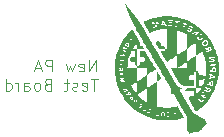
<source format=gbo>
G04 #@! TF.GenerationSoftware,KiCad,Pcbnew,9.0.2*
G04 #@! TF.CreationDate,2025-07-13T18:06:46-04:00*
G04 #@! TF.ProjectId,new-pa-test-board,6e65772d-7061-42d7-9465-73742d626f61,rev?*
G04 #@! TF.SameCoordinates,Original*
G04 #@! TF.FileFunction,Legend,Bot*
G04 #@! TF.FilePolarity,Positive*
%FSLAX46Y46*%
G04 Gerber Fmt 4.6, Leading zero omitted, Abs format (unit mm)*
G04 Created by KiCad (PCBNEW 9.0.2) date 2025-07-13 18:06:46*
%MOMM*%
%LPD*%
G01*
G04 APERTURE LIST*
G04 Aperture macros list*
%AMRoundRect*
0 Rectangle with rounded corners*
0 $1 Rounding radius*
0 $2 $3 $4 $5 $6 $7 $8 $9 X,Y pos of 4 corners*
0 Add a 4 corners polygon primitive as box body*
4,1,4,$2,$3,$4,$5,$6,$7,$8,$9,$2,$3,0*
0 Add four circle primitives for the rounded corners*
1,1,$1+$1,$2,$3*
1,1,$1+$1,$4,$5*
1,1,$1+$1,$6,$7*
1,1,$1+$1,$8,$9*
0 Add four rect primitives between the rounded corners*
20,1,$1+$1,$2,$3,$4,$5,0*
20,1,$1+$1,$4,$5,$6,$7,0*
20,1,$1+$1,$6,$7,$8,$9,0*
20,1,$1+$1,$8,$9,$2,$3,0*%
G04 Aperture macros list end*
%ADD10C,0.100000*%
%ADD11C,0.000000*%
%ADD12RoundRect,0.101600X-2.032000X0.762000X-2.032000X-0.762000X2.032000X-0.762000X2.032000X0.762000X0*%
%ADD13RoundRect,0.101600X2.032000X-0.762000X2.032000X0.762000X-2.032000X0.762000X-2.032000X-0.762000X0*%
%ADD14R,1.700000X1.700000*%
%ADD15C,1.700000*%
G04 APERTURE END LIST*
D10*
X155996115Y-88262475D02*
X155996115Y-87262475D01*
X155996115Y-87262475D02*
X155424687Y-88262475D01*
X155424687Y-88262475D02*
X155424687Y-87262475D01*
X154567544Y-88214856D02*
X154662782Y-88262475D01*
X154662782Y-88262475D02*
X154853258Y-88262475D01*
X154853258Y-88262475D02*
X154948496Y-88214856D01*
X154948496Y-88214856D02*
X154996115Y-88119617D01*
X154996115Y-88119617D02*
X154996115Y-87738665D01*
X154996115Y-87738665D02*
X154948496Y-87643427D01*
X154948496Y-87643427D02*
X154853258Y-87595808D01*
X154853258Y-87595808D02*
X154662782Y-87595808D01*
X154662782Y-87595808D02*
X154567544Y-87643427D01*
X154567544Y-87643427D02*
X154519925Y-87738665D01*
X154519925Y-87738665D02*
X154519925Y-87833903D01*
X154519925Y-87833903D02*
X154996115Y-87929141D01*
X154186591Y-87595808D02*
X153996115Y-88262475D01*
X153996115Y-88262475D02*
X153805639Y-87786284D01*
X153805639Y-87786284D02*
X153615163Y-88262475D01*
X153615163Y-88262475D02*
X153424687Y-87595808D01*
X152281829Y-88262475D02*
X152281829Y-87262475D01*
X152281829Y-87262475D02*
X151900877Y-87262475D01*
X151900877Y-87262475D02*
X151805639Y-87310094D01*
X151805639Y-87310094D02*
X151758020Y-87357713D01*
X151758020Y-87357713D02*
X151710401Y-87452951D01*
X151710401Y-87452951D02*
X151710401Y-87595808D01*
X151710401Y-87595808D02*
X151758020Y-87691046D01*
X151758020Y-87691046D02*
X151805639Y-87738665D01*
X151805639Y-87738665D02*
X151900877Y-87786284D01*
X151900877Y-87786284D02*
X152281829Y-87786284D01*
X151329448Y-87976760D02*
X150853258Y-87976760D01*
X151424686Y-88262475D02*
X151091353Y-87262475D01*
X151091353Y-87262475D02*
X150758020Y-88262475D01*
X156138972Y-88872419D02*
X155567544Y-88872419D01*
X155853258Y-89872419D02*
X155853258Y-88872419D01*
X154853258Y-89824800D02*
X154948496Y-89872419D01*
X154948496Y-89872419D02*
X155138972Y-89872419D01*
X155138972Y-89872419D02*
X155234210Y-89824800D01*
X155234210Y-89824800D02*
X155281829Y-89729561D01*
X155281829Y-89729561D02*
X155281829Y-89348609D01*
X155281829Y-89348609D02*
X155234210Y-89253371D01*
X155234210Y-89253371D02*
X155138972Y-89205752D01*
X155138972Y-89205752D02*
X154948496Y-89205752D01*
X154948496Y-89205752D02*
X154853258Y-89253371D01*
X154853258Y-89253371D02*
X154805639Y-89348609D01*
X154805639Y-89348609D02*
X154805639Y-89443847D01*
X154805639Y-89443847D02*
X155281829Y-89539085D01*
X154424686Y-89824800D02*
X154329448Y-89872419D01*
X154329448Y-89872419D02*
X154138972Y-89872419D01*
X154138972Y-89872419D02*
X154043734Y-89824800D01*
X154043734Y-89824800D02*
X153996115Y-89729561D01*
X153996115Y-89729561D02*
X153996115Y-89681942D01*
X153996115Y-89681942D02*
X154043734Y-89586704D01*
X154043734Y-89586704D02*
X154138972Y-89539085D01*
X154138972Y-89539085D02*
X154281829Y-89539085D01*
X154281829Y-89539085D02*
X154377067Y-89491466D01*
X154377067Y-89491466D02*
X154424686Y-89396228D01*
X154424686Y-89396228D02*
X154424686Y-89348609D01*
X154424686Y-89348609D02*
X154377067Y-89253371D01*
X154377067Y-89253371D02*
X154281829Y-89205752D01*
X154281829Y-89205752D02*
X154138972Y-89205752D01*
X154138972Y-89205752D02*
X154043734Y-89253371D01*
X153710400Y-89205752D02*
X153329448Y-89205752D01*
X153567543Y-88872419D02*
X153567543Y-89729561D01*
X153567543Y-89729561D02*
X153519924Y-89824800D01*
X153519924Y-89824800D02*
X153424686Y-89872419D01*
X153424686Y-89872419D02*
X153329448Y-89872419D01*
X151900876Y-89348609D02*
X151758019Y-89396228D01*
X151758019Y-89396228D02*
X151710400Y-89443847D01*
X151710400Y-89443847D02*
X151662781Y-89539085D01*
X151662781Y-89539085D02*
X151662781Y-89681942D01*
X151662781Y-89681942D02*
X151710400Y-89777180D01*
X151710400Y-89777180D02*
X151758019Y-89824800D01*
X151758019Y-89824800D02*
X151853257Y-89872419D01*
X151853257Y-89872419D02*
X152234209Y-89872419D01*
X152234209Y-89872419D02*
X152234209Y-88872419D01*
X152234209Y-88872419D02*
X151900876Y-88872419D01*
X151900876Y-88872419D02*
X151805638Y-88920038D01*
X151805638Y-88920038D02*
X151758019Y-88967657D01*
X151758019Y-88967657D02*
X151710400Y-89062895D01*
X151710400Y-89062895D02*
X151710400Y-89158133D01*
X151710400Y-89158133D02*
X151758019Y-89253371D01*
X151758019Y-89253371D02*
X151805638Y-89300990D01*
X151805638Y-89300990D02*
X151900876Y-89348609D01*
X151900876Y-89348609D02*
X152234209Y-89348609D01*
X151091352Y-89872419D02*
X151186590Y-89824800D01*
X151186590Y-89824800D02*
X151234209Y-89777180D01*
X151234209Y-89777180D02*
X151281828Y-89681942D01*
X151281828Y-89681942D02*
X151281828Y-89396228D01*
X151281828Y-89396228D02*
X151234209Y-89300990D01*
X151234209Y-89300990D02*
X151186590Y-89253371D01*
X151186590Y-89253371D02*
X151091352Y-89205752D01*
X151091352Y-89205752D02*
X150948495Y-89205752D01*
X150948495Y-89205752D02*
X150853257Y-89253371D01*
X150853257Y-89253371D02*
X150805638Y-89300990D01*
X150805638Y-89300990D02*
X150758019Y-89396228D01*
X150758019Y-89396228D02*
X150758019Y-89681942D01*
X150758019Y-89681942D02*
X150805638Y-89777180D01*
X150805638Y-89777180D02*
X150853257Y-89824800D01*
X150853257Y-89824800D02*
X150948495Y-89872419D01*
X150948495Y-89872419D02*
X151091352Y-89872419D01*
X149900876Y-89872419D02*
X149900876Y-89348609D01*
X149900876Y-89348609D02*
X149948495Y-89253371D01*
X149948495Y-89253371D02*
X150043733Y-89205752D01*
X150043733Y-89205752D02*
X150234209Y-89205752D01*
X150234209Y-89205752D02*
X150329447Y-89253371D01*
X149900876Y-89824800D02*
X149996114Y-89872419D01*
X149996114Y-89872419D02*
X150234209Y-89872419D01*
X150234209Y-89872419D02*
X150329447Y-89824800D01*
X150329447Y-89824800D02*
X150377066Y-89729561D01*
X150377066Y-89729561D02*
X150377066Y-89634323D01*
X150377066Y-89634323D02*
X150329447Y-89539085D01*
X150329447Y-89539085D02*
X150234209Y-89491466D01*
X150234209Y-89491466D02*
X149996114Y-89491466D01*
X149996114Y-89491466D02*
X149900876Y-89443847D01*
X149424685Y-89872419D02*
X149424685Y-89205752D01*
X149424685Y-89396228D02*
X149377066Y-89300990D01*
X149377066Y-89300990D02*
X149329447Y-89253371D01*
X149329447Y-89253371D02*
X149234209Y-89205752D01*
X149234209Y-89205752D02*
X149138971Y-89205752D01*
X148377066Y-89872419D02*
X148377066Y-88872419D01*
X148377066Y-89824800D02*
X148472304Y-89872419D01*
X148472304Y-89872419D02*
X148662780Y-89872419D01*
X148662780Y-89872419D02*
X148758018Y-89824800D01*
X148758018Y-89824800D02*
X148805637Y-89777180D01*
X148805637Y-89777180D02*
X148853256Y-89681942D01*
X148853256Y-89681942D02*
X148853256Y-89396228D01*
X148853256Y-89396228D02*
X148805637Y-89300990D01*
X148805637Y-89300990D02*
X148758018Y-89253371D01*
X148758018Y-89253371D02*
X148662780Y-89205752D01*
X148662780Y-89205752D02*
X148472304Y-89205752D01*
X148472304Y-89205752D02*
X148377066Y-89253371D01*
D11*
G36*
X162006734Y-89648316D02*
G01*
X162010773Y-89655840D01*
X162010614Y-89657080D01*
X162005217Y-89661067D01*
X162002562Y-89660007D01*
X161999661Y-89652406D01*
X162000461Y-89648438D01*
X162005217Y-89647178D01*
X162006734Y-89648316D01*
G37*
G36*
X159077200Y-90488206D02*
G01*
X159074660Y-90497321D01*
X159067522Y-90513694D01*
X159055369Y-90538542D01*
X159027176Y-90594723D01*
X158996139Y-90558138D01*
X158990129Y-90550972D01*
X158977714Y-90535547D01*
X158969528Y-90524443D01*
X158967104Y-90519691D01*
X158968077Y-90519195D01*
X158977259Y-90515859D01*
X158994386Y-90510171D01*
X159017470Y-90502771D01*
X159044522Y-90494299D01*
X159073556Y-90485395D01*
X159075558Y-90485130D01*
X159077200Y-90488206D01*
G37*
G36*
X158187419Y-87976112D02*
G01*
X158199651Y-87986056D01*
X158204616Y-87991907D01*
X158209288Y-88000430D01*
X158212246Y-88012156D01*
X158214084Y-88029721D01*
X158215399Y-88055761D01*
X158217620Y-88111067D01*
X158166312Y-88111067D01*
X158115003Y-88111067D01*
X158117308Y-88058357D01*
X158117419Y-88055927D01*
X158120178Y-88023492D01*
X158125432Y-88000482D01*
X158133992Y-87985429D01*
X158146672Y-87976860D01*
X158164282Y-87973307D01*
X158173267Y-87973002D01*
X158187419Y-87976112D01*
G37*
G36*
X166003383Y-88012729D02*
G01*
X166023561Y-88020236D01*
X166038264Y-88034651D01*
X166048062Y-88056905D01*
X166053523Y-88087934D01*
X166055217Y-88128670D01*
X166055217Y-88184936D01*
X166009384Y-88181368D01*
X166007120Y-88181195D01*
X165980519Y-88179473D01*
X165954208Y-88178245D01*
X165933576Y-88177767D01*
X165903601Y-88177734D01*
X165906613Y-88123083D01*
X165908615Y-88098058D01*
X165914582Y-88064165D01*
X165924393Y-88039486D01*
X165938713Y-88023054D01*
X165958205Y-88013903D01*
X165983532Y-88011067D01*
X166003383Y-88012729D01*
G37*
G36*
X159342143Y-90700531D02*
G01*
X159367853Y-90716825D01*
X159396627Y-90743782D01*
X159413037Y-90761261D01*
X159377343Y-90797275D01*
X159369196Y-90805413D01*
X159354406Y-90819717D01*
X159343528Y-90829601D01*
X159338479Y-90833290D01*
X159335768Y-90831805D01*
X159326953Y-90823998D01*
X159314739Y-90811672D01*
X159301461Y-90797302D01*
X159289449Y-90783363D01*
X159281038Y-90772331D01*
X159273253Y-90754239D01*
X159274314Y-90732655D01*
X159286266Y-90711494D01*
X159299800Y-90699898D01*
X159319468Y-90694891D01*
X159342143Y-90700531D01*
G37*
G36*
X161750091Y-84122311D02*
G01*
X161756632Y-84135330D01*
X161769051Y-84160607D01*
X161779057Y-84181724D01*
X161785757Y-84196776D01*
X161788260Y-84203858D01*
X161786499Y-84206602D01*
X161775132Y-84210264D01*
X161753828Y-84212510D01*
X161734587Y-84213557D01*
X161704358Y-84214976D01*
X161681070Y-84215755D01*
X161666105Y-84215855D01*
X161660844Y-84215234D01*
X161662129Y-84210586D01*
X161665932Y-84198008D01*
X161671361Y-84180512D01*
X161672974Y-84175352D01*
X161680220Y-84151991D01*
X161688738Y-84124332D01*
X161697009Y-84097311D01*
X161712212Y-84047443D01*
X161750091Y-84122311D01*
G37*
G36*
X158250459Y-86780039D02*
G01*
X158260070Y-86787276D01*
X158274123Y-86798708D01*
X158290515Y-86812531D01*
X158307140Y-86826939D01*
X158321893Y-86840129D01*
X158332670Y-86850296D01*
X158337366Y-86855636D01*
X158334983Y-86857100D01*
X158323722Y-86859501D01*
X158305257Y-86862072D01*
X158281811Y-86864460D01*
X158264195Y-86865797D01*
X158243387Y-86866805D01*
X158228847Y-86866793D01*
X158222968Y-86865710D01*
X158223052Y-86863320D01*
X158225291Y-86852510D01*
X158229456Y-86836084D01*
X158234646Y-86817255D01*
X158239963Y-86799237D01*
X158244508Y-86785243D01*
X158247380Y-86778487D01*
X158250459Y-86780039D01*
G37*
G36*
X158650968Y-85896742D02*
G01*
X158657075Y-85897881D01*
X158689978Y-85909687D01*
X158719025Y-85929286D01*
X158741850Y-85954718D01*
X158756093Y-85984021D01*
X158759207Y-86011771D01*
X158752344Y-86044660D01*
X158735087Y-86081180D01*
X158729767Y-86090035D01*
X158722554Y-86101162D01*
X158718920Y-86105512D01*
X158718478Y-86105335D01*
X158711215Y-86101304D01*
X158696245Y-86092591D01*
X158675009Y-86080049D01*
X158648952Y-86064528D01*
X158619516Y-86046879D01*
X158522020Y-85988246D01*
X158531336Y-85973268D01*
X158542221Y-85956791D01*
X158567706Y-85926288D01*
X158593936Y-85906361D01*
X158621496Y-85896637D01*
X158650968Y-85896742D01*
G37*
G36*
X165566515Y-89745180D02*
G01*
X165592485Y-89759125D01*
X165602311Y-89767942D01*
X165612556Y-89784974D01*
X165615474Y-89806092D01*
X165610976Y-89832281D01*
X165598973Y-89864526D01*
X165579376Y-89903812D01*
X165554656Y-89949334D01*
X165495214Y-89918167D01*
X165494844Y-89917973D01*
X165471672Y-89905756D01*
X165452303Y-89895419D01*
X165438753Y-89888048D01*
X165433039Y-89884727D01*
X165433666Y-89880260D01*
X165438668Y-89868181D01*
X165447083Y-89850906D01*
X165457680Y-89830761D01*
X165469232Y-89810073D01*
X165480509Y-89791166D01*
X165490284Y-89776366D01*
X165496057Y-89768952D01*
X165517679Y-89750199D01*
X165541372Y-89742240D01*
X165566515Y-89745180D01*
G37*
G36*
X165779588Y-88622488D02*
G01*
X165788577Y-88626907D01*
X165803757Y-88635590D01*
X165823163Y-88647291D01*
X165844829Y-88660762D01*
X165866791Y-88674756D01*
X165887083Y-88688025D01*
X165903740Y-88699323D01*
X165914798Y-88707403D01*
X165918291Y-88711016D01*
X165917977Y-88711223D01*
X165910244Y-88713661D01*
X165894095Y-88717700D01*
X165871666Y-88722830D01*
X165845092Y-88728538D01*
X165842068Y-88729168D01*
X165814735Y-88734706D01*
X165790812Y-88739302D01*
X165772785Y-88742493D01*
X165763137Y-88743816D01*
X165751612Y-88744401D01*
X165762718Y-88683290D01*
X165766950Y-88661619D01*
X165771618Y-88641173D01*
X165775595Y-88627293D01*
X165778321Y-88622178D01*
X165779588Y-88622488D01*
G37*
G36*
X158088313Y-88456731D02*
G01*
X158102858Y-88459761D01*
X158121998Y-88464324D01*
X158142908Y-88469699D01*
X158162764Y-88475162D01*
X158178742Y-88479992D01*
X158188018Y-88483466D01*
X158188500Y-88483715D01*
X158191482Y-88485709D01*
X158191525Y-88488213D01*
X158187304Y-88492252D01*
X158177489Y-88498853D01*
X158160754Y-88509040D01*
X158135773Y-88523841D01*
X158135424Y-88524046D01*
X158117948Y-88533928D01*
X158103939Y-88541078D01*
X158096402Y-88543963D01*
X158094361Y-88541393D01*
X158090890Y-88530555D01*
X158087168Y-88514137D01*
X158083753Y-88495312D01*
X158081203Y-88477247D01*
X158080077Y-88463114D01*
X158080931Y-88456082D01*
X158081187Y-88455957D01*
X158088313Y-88456731D01*
G37*
G36*
X161703778Y-91763730D02*
G01*
X161704388Y-91763849D01*
X161724638Y-91772602D01*
X161744629Y-91788904D01*
X161761296Y-91809678D01*
X161771576Y-91831843D01*
X161772187Y-91834108D01*
X161777679Y-91872161D01*
X161774832Y-91909562D01*
X161764307Y-91944088D01*
X161746764Y-91973519D01*
X161722865Y-91995632D01*
X161704743Y-92002759D01*
X161677340Y-92005475D01*
X161674440Y-92005443D01*
X161643178Y-91999895D01*
X161617781Y-91985314D01*
X161598870Y-91962431D01*
X161587067Y-91931976D01*
X161582995Y-91894680D01*
X161583590Y-91875412D01*
X161588841Y-91842290D01*
X161600308Y-91815053D01*
X161618954Y-91790923D01*
X161621184Y-91788648D01*
X161645701Y-91770131D01*
X161672578Y-91762034D01*
X161703778Y-91763730D01*
G37*
G36*
X158819427Y-90065758D02*
G01*
X158823956Y-90068793D01*
X158835202Y-90079609D01*
X158848941Y-90095219D01*
X158863156Y-90113045D01*
X158875828Y-90130504D01*
X158884938Y-90145018D01*
X158888467Y-90154006D01*
X158888118Y-90155193D01*
X158881596Y-90162590D01*
X158868519Y-90173476D01*
X158851110Y-90185950D01*
X158845725Y-90189543D01*
X158828862Y-90200514D01*
X158816421Y-90208182D01*
X158810779Y-90211067D01*
X158808603Y-90209967D01*
X158804756Y-90205423D01*
X158798323Y-90195904D01*
X158788274Y-90179885D01*
X158773582Y-90155839D01*
X158766761Y-90143649D01*
X158756855Y-90116912D01*
X158756654Y-90094888D01*
X158766187Y-90077875D01*
X158779245Y-90068290D01*
X158799669Y-90062414D01*
X158819427Y-90065758D01*
G37*
G36*
X165319691Y-85705693D02*
G01*
X165337541Y-85713050D01*
X165366193Y-85733052D01*
X165386968Y-85759537D01*
X165399133Y-85790969D01*
X165401954Y-85825814D01*
X165394697Y-85862535D01*
X165394436Y-85863297D01*
X165379156Y-85893215D01*
X165355198Y-85922818D01*
X165324798Y-85950090D01*
X165290194Y-85973018D01*
X165253622Y-85989587D01*
X165234060Y-85995195D01*
X165196062Y-85999484D01*
X165160986Y-85995093D01*
X165130089Y-85982843D01*
X165104626Y-85963557D01*
X165085854Y-85938056D01*
X165075029Y-85907162D01*
X165073407Y-85871696D01*
X165076654Y-85851017D01*
X165087316Y-85821572D01*
X165105956Y-85793132D01*
X165133850Y-85763415D01*
X165137710Y-85759851D01*
X165172320Y-85733870D01*
X165209990Y-85714790D01*
X165248552Y-85703286D01*
X165285841Y-85700029D01*
X165319691Y-85705693D01*
G37*
G36*
X165816815Y-89201512D02*
G01*
X165819517Y-89203378D01*
X165834497Y-89216479D01*
X165843810Y-89231542D01*
X165847563Y-89250148D01*
X165845866Y-89273876D01*
X165838827Y-89304304D01*
X165826556Y-89343012D01*
X165821666Y-89357184D01*
X165814912Y-89376357D01*
X165810093Y-89389514D01*
X165808022Y-89394401D01*
X165806761Y-89394090D01*
X165797428Y-89390992D01*
X165781220Y-89385297D01*
X165760614Y-89377909D01*
X165738089Y-89369730D01*
X165716122Y-89361663D01*
X165697191Y-89354611D01*
X165683773Y-89349475D01*
X165678346Y-89347159D01*
X165678061Y-89346100D01*
X165679659Y-89337038D01*
X165684241Y-89321231D01*
X165690889Y-89301339D01*
X165698685Y-89280019D01*
X165706711Y-89259932D01*
X165714049Y-89243735D01*
X165727066Y-89222094D01*
X165747121Y-89201342D01*
X165769255Y-89190792D01*
X165792732Y-89190748D01*
X165816815Y-89201512D01*
G37*
G36*
X165621625Y-86235863D02*
G01*
X165643922Y-86247876D01*
X165645636Y-86249511D01*
X165654128Y-86260436D01*
X165665049Y-86277324D01*
X165677215Y-86297972D01*
X165689443Y-86320181D01*
X165700549Y-86341750D01*
X165709351Y-86360478D01*
X165714664Y-86374165D01*
X165715305Y-86380609D01*
X165710295Y-86383472D01*
X165697132Y-86390169D01*
X165677958Y-86399597D01*
X165654865Y-86410711D01*
X165633211Y-86420773D01*
X165613135Y-86429550D01*
X165598662Y-86435251D01*
X165591977Y-86436965D01*
X165590331Y-86435915D01*
X165583816Y-86426723D01*
X165575373Y-86410311D01*
X165566015Y-86389186D01*
X165556758Y-86365854D01*
X165548613Y-86342824D01*
X165542595Y-86322603D01*
X165539717Y-86307697D01*
X165539170Y-86298401D01*
X165541433Y-86275268D01*
X165550641Y-86258130D01*
X165568072Y-86244124D01*
X165571493Y-86242152D01*
X165596708Y-86233916D01*
X165621625Y-86235863D01*
G37*
G36*
X161180023Y-88236464D02*
G01*
X161239844Y-88337918D01*
X161293976Y-88430009D01*
X161342487Y-88512853D01*
X161385446Y-88586569D01*
X161422918Y-88651275D01*
X161454973Y-88707090D01*
X161481678Y-88754132D01*
X161503099Y-88792519D01*
X161519306Y-88822370D01*
X161530365Y-88843802D01*
X161536345Y-88856934D01*
X161537312Y-88861884D01*
X161536862Y-88862163D01*
X161529227Y-88867165D01*
X161513608Y-88877538D01*
X161491054Y-88892579D01*
X161462612Y-88911590D01*
X161429331Y-88933869D01*
X161392257Y-88958716D01*
X161352439Y-88985432D01*
X161344347Y-88990863D01*
X161305184Y-89017068D01*
X161269091Y-89041103D01*
X161237091Y-89062294D01*
X161210207Y-89079967D01*
X161189464Y-89093449D01*
X161175885Y-89102066D01*
X161170495Y-89105144D01*
X161170227Y-89104246D01*
X161169594Y-89094576D01*
X161169000Y-89074964D01*
X161168451Y-89046240D01*
X161167954Y-89009232D01*
X161167518Y-88964770D01*
X161167149Y-88913684D01*
X161166855Y-88856802D01*
X161166643Y-88794954D01*
X161166521Y-88728970D01*
X161166497Y-88659678D01*
X161166498Y-88658623D01*
X161166588Y-88582841D01*
X161166790Y-88512530D01*
X161167098Y-88448315D01*
X161167504Y-88390824D01*
X161168000Y-88340684D01*
X161168580Y-88298522D01*
X161169236Y-88264963D01*
X161169961Y-88240635D01*
X161170747Y-88226165D01*
X161171588Y-88222178D01*
X161180023Y-88236464D01*
G37*
G36*
X161302056Y-85698416D02*
G01*
X161343518Y-85709069D01*
X161382490Y-85727999D01*
X161417500Y-85755270D01*
X161447076Y-85790948D01*
X161453347Y-85800849D01*
X161462885Y-85818650D01*
X161470191Y-85837519D01*
X161475544Y-85859127D01*
X161479222Y-85885145D01*
X161481504Y-85917245D01*
X161482668Y-85957099D01*
X161482995Y-86006378D01*
X161482995Y-86127133D01*
X161603975Y-86128822D01*
X161724955Y-86130512D01*
X161761600Y-86148567D01*
X161777794Y-86157479D01*
X161813996Y-86185373D01*
X161843237Y-86219938D01*
X161864155Y-86259339D01*
X161875387Y-86301742D01*
X161878935Y-86327626D01*
X161610131Y-86329069D01*
X161602131Y-86329111D01*
X161534528Y-86329331D01*
X161476241Y-86329273D01*
X161427569Y-86328940D01*
X161388812Y-86328338D01*
X161360267Y-86327470D01*
X161342233Y-86326341D01*
X161335009Y-86324956D01*
X161331040Y-86319224D01*
X161322047Y-86304840D01*
X161308610Y-86282773D01*
X161291307Y-86253986D01*
X161270713Y-86219439D01*
X161247402Y-86180096D01*
X161221952Y-86136918D01*
X161194938Y-86090867D01*
X161194651Y-86090377D01*
X161163396Y-86037039D01*
X161137276Y-85992403D01*
X161115919Y-85955527D01*
X161098952Y-85925472D01*
X161086002Y-85901298D01*
X161076696Y-85882067D01*
X161070662Y-85866838D01*
X161067527Y-85854672D01*
X161066918Y-85844629D01*
X161068462Y-85835770D01*
X161071787Y-85827154D01*
X161076520Y-85817843D01*
X161082288Y-85806897D01*
X161083416Y-85804717D01*
X161108909Y-85767058D01*
X161140744Y-85737290D01*
X161177448Y-85715477D01*
X161217549Y-85701685D01*
X161259576Y-85695976D01*
X161302056Y-85698416D01*
G37*
G36*
X158435890Y-82469699D02*
G01*
X158443303Y-82477704D01*
X158456699Y-82492999D01*
X158475378Y-82514748D01*
X158498638Y-82542118D01*
X158525780Y-82574273D01*
X158556103Y-82610379D01*
X158588908Y-82649601D01*
X158623494Y-82691106D01*
X158659162Y-82734057D01*
X158695209Y-82777622D01*
X158730938Y-82820965D01*
X158765646Y-82863251D01*
X158854542Y-82972548D01*
X158977881Y-83126687D01*
X159097882Y-83279584D01*
X159214159Y-83430698D01*
X159326327Y-83579484D01*
X159434002Y-83725402D01*
X159536797Y-83867908D01*
X159634328Y-84006460D01*
X159726209Y-84140516D01*
X159812056Y-84269533D01*
X159891482Y-84392969D01*
X159964103Y-84510281D01*
X160029533Y-84620927D01*
X160087388Y-84724364D01*
X160090271Y-84729530D01*
X160099293Y-84745305D01*
X160113646Y-84770168D01*
X160133153Y-84803817D01*
X160157638Y-84845949D01*
X160186923Y-84896261D01*
X160220831Y-84954452D01*
X160259185Y-85020216D01*
X160301809Y-85093253D01*
X160348524Y-85173258D01*
X160399154Y-85259930D01*
X160453522Y-85352965D01*
X160511451Y-85452061D01*
X160572764Y-85556914D01*
X160637283Y-85667222D01*
X160704832Y-85782682D01*
X160775233Y-85902992D01*
X160848310Y-86027847D01*
X160923886Y-86156946D01*
X161001782Y-86289986D01*
X161081823Y-86426663D01*
X161163831Y-86566676D01*
X161247630Y-86709721D01*
X161333041Y-86855495D01*
X161419888Y-87003695D01*
X161507995Y-87154020D01*
X162885773Y-89504547D01*
X163073209Y-89589752D01*
X163076152Y-89591090D01*
X163118411Y-89610407D01*
X163157231Y-89628334D01*
X163191497Y-89644342D01*
X163220093Y-89657903D01*
X163241904Y-89668488D01*
X163255815Y-89675568D01*
X163260709Y-89678615D01*
X163260656Y-89678774D01*
X163255156Y-89683113D01*
X163241647Y-89691978D01*
X163221593Y-89704454D01*
X163196461Y-89719628D01*
X163167717Y-89736587D01*
X163164525Y-89738450D01*
X163135990Y-89755112D01*
X163111079Y-89769669D01*
X163091285Y-89781247D01*
X163078102Y-89788974D01*
X163073022Y-89791975D01*
X163074276Y-89794381D01*
X163080670Y-89805658D01*
X163092242Y-89825759D01*
X163108732Y-89854236D01*
X163129879Y-89890643D01*
X163155422Y-89934532D01*
X163185099Y-89985456D01*
X163218651Y-90042969D01*
X163255816Y-90106624D01*
X163296333Y-90175974D01*
X163339942Y-90250572D01*
X163386380Y-90329971D01*
X163435388Y-90413724D01*
X163486704Y-90501384D01*
X163540068Y-90592505D01*
X163595218Y-90686640D01*
X163651893Y-90783341D01*
X164232404Y-91773632D01*
X164714644Y-92040038D01*
X164751551Y-92060430D01*
X164818088Y-92097207D01*
X164881641Y-92132352D01*
X164941536Y-92165493D01*
X164997097Y-92196254D01*
X165047651Y-92224263D01*
X165092523Y-92249144D01*
X165131039Y-92270526D01*
X165162525Y-92288033D01*
X165186306Y-92301292D01*
X165201708Y-92309929D01*
X165208057Y-92313570D01*
X165208256Y-92313716D01*
X165213568Y-92320433D01*
X165223504Y-92335248D01*
X165237259Y-92356812D01*
X165254027Y-92383774D01*
X165273006Y-92414783D01*
X165293389Y-92448491D01*
X165314372Y-92483546D01*
X165335151Y-92518598D01*
X165354921Y-92552297D01*
X165372877Y-92583292D01*
X165388215Y-92610234D01*
X165400130Y-92631772D01*
X165407818Y-92646557D01*
X165410473Y-92653237D01*
X165409890Y-92654084D01*
X165402847Y-92661061D01*
X165388443Y-92674323D01*
X165367463Y-92693174D01*
X165340694Y-92716919D01*
X165308920Y-92744866D01*
X165272927Y-92776317D01*
X165233500Y-92810581D01*
X165191424Y-92846961D01*
X165175370Y-92860819D01*
X165134300Y-92896382D01*
X165096229Y-92929505D01*
X165061933Y-92959502D01*
X165032189Y-92985688D01*
X165007773Y-93007379D01*
X164989461Y-93023889D01*
X164978029Y-93034533D01*
X164974253Y-93038627D01*
X164974859Y-93039711D01*
X164979854Y-93048346D01*
X164988573Y-93063280D01*
X164999599Y-93082084D01*
X165003786Y-93089302D01*
X165013386Y-93106697D01*
X165019598Y-93119254D01*
X165021237Y-93124643D01*
X165018525Y-93126374D01*
X165007277Y-93133145D01*
X164988318Y-93144409D01*
X164962728Y-93159534D01*
X164931588Y-93177886D01*
X164895978Y-93198833D01*
X164856979Y-93221741D01*
X164815671Y-93245978D01*
X164773135Y-93270911D01*
X164730451Y-93295907D01*
X164688700Y-93320333D01*
X164648962Y-93343555D01*
X164612318Y-93364942D01*
X164579849Y-93383859D01*
X164552634Y-93399674D01*
X164531754Y-93411755D01*
X164518291Y-93419467D01*
X164513324Y-93422178D01*
X164512539Y-93421404D01*
X164507368Y-93413618D01*
X164498678Y-93399250D01*
X164487824Y-93380512D01*
X164483327Y-93372791D01*
X164472332Y-93355429D01*
X164463389Y-93343365D01*
X164458099Y-93338845D01*
X164454326Y-93339955D01*
X164441109Y-93344418D01*
X164419605Y-93351892D01*
X164391027Y-93361943D01*
X164356592Y-93374135D01*
X164317513Y-93388032D01*
X164275005Y-93403201D01*
X164230283Y-93419204D01*
X164184561Y-93435607D01*
X164139054Y-93451975D01*
X164094978Y-93467872D01*
X164053545Y-93482862D01*
X164015971Y-93496511D01*
X163983471Y-93508384D01*
X163957259Y-93518044D01*
X163938550Y-93525056D01*
X163935630Y-93526136D01*
X163922255Y-93530239D01*
X163914370Y-93531298D01*
X163911546Y-93527834D01*
X163903592Y-93515768D01*
X163891293Y-93496115D01*
X163875324Y-93469977D01*
X163856355Y-93438459D01*
X163835062Y-93402663D01*
X163812116Y-93363693D01*
X163714599Y-93197253D01*
X163718555Y-92636105D01*
X163722512Y-92074956D01*
X163144832Y-91089535D01*
X163107901Y-91026543D01*
X163052222Y-90931602D01*
X162998185Y-90839491D01*
X162946052Y-90750659D01*
X162896091Y-90665558D01*
X162848565Y-90584637D01*
X162803741Y-90508348D01*
X162761881Y-90437140D01*
X162723253Y-90371465D01*
X162688121Y-90311774D01*
X162656749Y-90258515D01*
X162629403Y-90212141D01*
X162606349Y-90173101D01*
X162587850Y-90141847D01*
X162574172Y-90118828D01*
X162565580Y-90104496D01*
X162562339Y-90099300D01*
X162562224Y-90099213D01*
X162555579Y-90100711D01*
X162540954Y-90107242D01*
X162519760Y-90118085D01*
X162493410Y-90132519D01*
X162463315Y-90149824D01*
X162434736Y-90166322D01*
X162407229Y-90181485D01*
X162386219Y-90192199D01*
X162372674Y-90197973D01*
X162367563Y-90198317D01*
X162367627Y-90192021D01*
X162368530Y-90175802D01*
X162370198Y-90151025D01*
X162372538Y-90118984D01*
X162375454Y-90080971D01*
X162378852Y-90038277D01*
X162382639Y-89992194D01*
X162384615Y-89968304D01*
X162388753Y-89916490D01*
X162391840Y-89874499D01*
X162393922Y-89841453D01*
X162395041Y-89816474D01*
X162395240Y-89798684D01*
X162394563Y-89787204D01*
X162393053Y-89781158D01*
X162390596Y-89776781D01*
X162382495Y-89762722D01*
X162369127Y-89739696D01*
X162350700Y-89708058D01*
X162327423Y-89668163D01*
X162299505Y-89620369D01*
X162267155Y-89565031D01*
X162230581Y-89502504D01*
X162189993Y-89433145D01*
X162145599Y-89357309D01*
X162097608Y-89275352D01*
X162046229Y-89187631D01*
X161991671Y-89094501D01*
X161934141Y-88996318D01*
X161873851Y-88893438D01*
X161811007Y-88786216D01*
X161745819Y-88675010D01*
X161678496Y-88560173D01*
X161609246Y-88442063D01*
X161538278Y-88321036D01*
X161465802Y-88197446D01*
X161392025Y-88071651D01*
X161317158Y-87944006D01*
X161241407Y-87814866D01*
X161164984Y-87684588D01*
X161088095Y-87553528D01*
X161010950Y-87422041D01*
X160933758Y-87290484D01*
X160856728Y-87159211D01*
X160780068Y-87028580D01*
X160703987Y-86898946D01*
X160628694Y-86770665D01*
X160554399Y-86644093D01*
X160481308Y-86519585D01*
X160409632Y-86397498D01*
X160339580Y-86278187D01*
X160271359Y-86162008D01*
X160205180Y-86049318D01*
X160141250Y-85940472D01*
X160079779Y-85835826D01*
X160020975Y-85735735D01*
X159965047Y-85640556D01*
X159912204Y-85550645D01*
X159862654Y-85466358D01*
X159816608Y-85388049D01*
X159774272Y-85316076D01*
X159735857Y-85250794D01*
X159701571Y-85192560D01*
X159671623Y-85141728D01*
X159646221Y-85098654D01*
X159625574Y-85063696D01*
X159609892Y-85037208D01*
X159599383Y-85019546D01*
X159594256Y-85011067D01*
X159567379Y-84967721D01*
X159499251Y-84853292D01*
X159428856Y-84728822D01*
X159356449Y-84594847D01*
X159282288Y-84451904D01*
X159206630Y-84300531D01*
X159129730Y-84141264D01*
X159051846Y-83974640D01*
X158973235Y-83801195D01*
X158894152Y-83621468D01*
X158814855Y-83435994D01*
X158735601Y-83245312D01*
X158656646Y-83049956D01*
X158645409Y-83021673D01*
X158626915Y-82974803D01*
X158607386Y-82924973D01*
X158587212Y-82873206D01*
X158566786Y-82820525D01*
X158546497Y-82767955D01*
X158526737Y-82716519D01*
X158507897Y-82667241D01*
X158490367Y-82621144D01*
X158474540Y-82579252D01*
X158460806Y-82542590D01*
X158449555Y-82512180D01*
X158441180Y-82489046D01*
X158436071Y-82474213D01*
X158434619Y-82468703D01*
X158435890Y-82469699D01*
G37*
G36*
X159610707Y-85560426D02*
G01*
X159645481Y-85620171D01*
X159679547Y-85678923D01*
X159680466Y-85680512D01*
X159683680Y-85686067D01*
X159710773Y-85732889D01*
X159710773Y-85752734D01*
X159710773Y-85930312D01*
X159710773Y-86127734D01*
X159826254Y-86127734D01*
X159941736Y-86127734D01*
X159999865Y-86225977D01*
X160004382Y-86233613D01*
X160021529Y-86262647D01*
X160036467Y-86288012D01*
X160048332Y-86308234D01*
X160056259Y-86321843D01*
X160059384Y-86327366D01*
X160059220Y-86327491D01*
X160052023Y-86328101D01*
X160034972Y-86328669D01*
X160009115Y-86329182D01*
X159975498Y-86329629D01*
X159935169Y-86329997D01*
X159889175Y-86330275D01*
X159838565Y-86330451D01*
X159784384Y-86330512D01*
X159507995Y-86330512D01*
X159505217Y-86059383D01*
X159502439Y-85788254D01*
X159440768Y-85862160D01*
X159414026Y-85894645D01*
X159338830Y-85991762D01*
X159317528Y-86019274D01*
X159227610Y-86147178D01*
X159222012Y-86155596D01*
X159203902Y-86183188D01*
X159185043Y-86212374D01*
X159166411Y-86241599D01*
X159148981Y-86269304D01*
X159133727Y-86293934D01*
X159121624Y-86313932D01*
X159113647Y-86327739D01*
X159112024Y-86331159D01*
X159110770Y-86333801D01*
X159114874Y-86334231D01*
X159128902Y-86334611D01*
X159151683Y-86334866D01*
X159181963Y-86334991D01*
X159218482Y-86334981D01*
X159259985Y-86334832D01*
X159305215Y-86334539D01*
X159499661Y-86333011D01*
X159499661Y-86374956D01*
X159499661Y-86436067D01*
X159499661Y-86458290D01*
X159499661Y-86491623D01*
X159499661Y-86524956D01*
X159499661Y-87060993D01*
X159499661Y-87788976D01*
X159476050Y-87785747D01*
X159450367Y-87780797D01*
X159404644Y-87763895D01*
X159364666Y-87737881D01*
X159331391Y-87703456D01*
X159305779Y-87661321D01*
X159303070Y-87655423D01*
X159298393Y-87643798D01*
X159295061Y-87631869D01*
X159292789Y-87617476D01*
X159291291Y-87598456D01*
X159290283Y-87572649D01*
X159289478Y-87537892D01*
X159287628Y-87445272D01*
X159156145Y-87443234D01*
X159126816Y-87442752D01*
X159091076Y-87441995D01*
X159063650Y-87441062D01*
X159042861Y-87439801D01*
X159027031Y-87438059D01*
X159014483Y-87435686D01*
X159003540Y-87432530D01*
X158992525Y-87428439D01*
X158960207Y-87411029D01*
X158928467Y-87385795D01*
X158900628Y-87355779D01*
X158879941Y-87323999D01*
X158878342Y-87320821D01*
X158871550Y-87306150D01*
X158867225Y-87292921D01*
X158864817Y-87277997D01*
X158863775Y-87258239D01*
X158863550Y-87230512D01*
X158863566Y-87219949D01*
X158863964Y-87195586D01*
X158865345Y-87178109D01*
X158868293Y-87164376D01*
X158873394Y-87151246D01*
X158881232Y-87135578D01*
X158898715Y-87108205D01*
X158926758Y-87076859D01*
X158959143Y-87050660D01*
X158992736Y-87032506D01*
X159000119Y-87029688D01*
X159010861Y-87026261D01*
X159022690Y-87023660D01*
X159037276Y-87021734D01*
X159056290Y-87020333D01*
X159081402Y-87019308D01*
X159114284Y-87018509D01*
X159156606Y-87017784D01*
X159288550Y-87015741D01*
X159288550Y-86782849D01*
X159288550Y-86549956D01*
X159141965Y-86549956D01*
X158995379Y-86549956D01*
X158963408Y-86620790D01*
X158930283Y-86696511D01*
X158861342Y-86872736D01*
X158860706Y-86874361D01*
X158801933Y-87054053D01*
X158753775Y-87236275D01*
X158738112Y-87313247D01*
X158716039Y-87421717D01*
X158704993Y-87497760D01*
X158688534Y-87611067D01*
X158683215Y-87660325D01*
X158677692Y-87720935D01*
X158673045Y-87782491D01*
X158669473Y-87842011D01*
X158667176Y-87896512D01*
X158666354Y-87943012D01*
X158666328Y-87999956D01*
X159082995Y-87999956D01*
X159499661Y-87999956D01*
X159499661Y-88137453D01*
X159499661Y-88476881D01*
X159499661Y-88552734D01*
X159499671Y-88598700D01*
X159499730Y-88674231D01*
X159499838Y-88746108D01*
X159499993Y-88813585D01*
X159500190Y-88875916D01*
X159500426Y-88932355D01*
X159500697Y-88982157D01*
X159501000Y-89024576D01*
X159501329Y-89058867D01*
X159501683Y-89084284D01*
X159502056Y-89100080D01*
X159502445Y-89105512D01*
X159507274Y-89102563D01*
X159520695Y-89093878D01*
X159542045Y-89079891D01*
X159570665Y-89061040D01*
X159605895Y-89037762D01*
X159647076Y-89010492D01*
X159693548Y-88979668D01*
X159744652Y-88945727D01*
X159799729Y-88909104D01*
X159858119Y-88870237D01*
X159919163Y-88829563D01*
X160333097Y-88553614D01*
X160331657Y-88275396D01*
X160330217Y-87997178D01*
X159916328Y-87995899D01*
X159502439Y-87994620D01*
X159500925Y-87894510D01*
X159500559Y-87864589D01*
X159500398Y-87836509D01*
X159500472Y-87814283D01*
X159500772Y-87799663D01*
X159501294Y-87794401D01*
X159505716Y-87793746D01*
X159518411Y-87791557D01*
X159536141Y-87788362D01*
X159558335Y-87782975D01*
X159601800Y-87764475D01*
X159640968Y-87737191D01*
X159673900Y-87702624D01*
X159698661Y-87662279D01*
X159701057Y-87657088D01*
X159706045Y-87645001D01*
X159709585Y-87632964D01*
X159711984Y-87618744D01*
X159713549Y-87600110D01*
X159714589Y-87574829D01*
X159715410Y-87540670D01*
X159717269Y-87450828D01*
X159848743Y-87449003D01*
X159980217Y-87447178D01*
X160017014Y-87429744D01*
X160052031Y-87409678D01*
X160088912Y-87378587D01*
X160117541Y-87342006D01*
X160137349Y-87301171D01*
X160147769Y-87257321D01*
X160148235Y-87211691D01*
X160138179Y-87165519D01*
X160121435Y-87126418D01*
X160095055Y-87088126D01*
X160060479Y-87056773D01*
X160016861Y-87031423D01*
X159980756Y-87014528D01*
X159848542Y-87015908D01*
X159716328Y-87017289D01*
X159716328Y-86786400D01*
X159716328Y-86555512D01*
X159954552Y-86555512D01*
X160192776Y-86555512D01*
X160605508Y-87259678D01*
X160652618Y-87340036D01*
X160699687Y-87420283D01*
X160745221Y-87497877D01*
X160788881Y-87572241D01*
X160830327Y-87642795D01*
X160869219Y-87708963D01*
X160905216Y-87770167D01*
X160937979Y-87825828D01*
X160967168Y-87875368D01*
X160992443Y-87918210D01*
X161013463Y-87953775D01*
X161029888Y-87981486D01*
X161041379Y-88000765D01*
X161047595Y-88011034D01*
X161055899Y-88024802D01*
X161065870Y-88042834D01*
X161071941Y-88055871D01*
X161073028Y-88061756D01*
X161072238Y-88062334D01*
X161064011Y-88067955D01*
X161047487Y-88079095D01*
X161023369Y-88095283D01*
X160992360Y-88116049D01*
X160955166Y-88140922D01*
X160912491Y-88169432D01*
X160865037Y-88201107D01*
X160813510Y-88235478D01*
X160758613Y-88272073D01*
X160701050Y-88310422D01*
X160332995Y-88555554D01*
X160332995Y-89108774D01*
X160333010Y-89155428D01*
X160333098Y-89230895D01*
X160333261Y-89302671D01*
X160333493Y-89370013D01*
X160333788Y-89432180D01*
X160334141Y-89488430D01*
X160334547Y-89538021D01*
X160334999Y-89580211D01*
X160335492Y-89614257D01*
X160336021Y-89639419D01*
X160336579Y-89654953D01*
X160336638Y-89655481D01*
X160337161Y-89660118D01*
X160341470Y-89657368D01*
X160354434Y-89648854D01*
X160375367Y-89635021D01*
X160403603Y-89616312D01*
X160438473Y-89593169D01*
X160479311Y-89566037D01*
X160525449Y-89535358D01*
X160576221Y-89501575D01*
X160630958Y-89465134D01*
X160688994Y-89426475D01*
X160749661Y-89386044D01*
X160804911Y-89349223D01*
X160863214Y-89310385D01*
X160918278Y-89273725D01*
X160969438Y-89239684D01*
X161016025Y-89208707D01*
X161057373Y-89181236D01*
X161092813Y-89157715D01*
X161121680Y-89138587D01*
X161143305Y-89124295D01*
X161157021Y-89115283D01*
X161162161Y-89111993D01*
X161162178Y-89111994D01*
X161162601Y-89117699D01*
X161163013Y-89133956D01*
X161163410Y-89160227D01*
X161163790Y-89195976D01*
X161164153Y-89240663D01*
X161164495Y-89293753D01*
X161164815Y-89354706D01*
X161165110Y-89422985D01*
X161165378Y-89498053D01*
X161165617Y-89579373D01*
X161165826Y-89666405D01*
X161166001Y-89758614D01*
X161166141Y-89855460D01*
X161166244Y-89956408D01*
X161166307Y-90060918D01*
X161166328Y-90168453D01*
X161166328Y-90274423D01*
X161166328Y-91119054D01*
X161166328Y-91226765D01*
X161226050Y-91241011D01*
X161339372Y-91266049D01*
X161473159Y-91290134D01*
X161607694Y-91308150D01*
X161746057Y-91320499D01*
X161891328Y-91327582D01*
X162005335Y-91329557D01*
X162153596Y-91327038D01*
X162297062Y-91318319D01*
X162438433Y-91303154D01*
X162580410Y-91281302D01*
X162725695Y-91252518D01*
X162741166Y-91249091D01*
X162776104Y-91241069D01*
X162809767Y-91232998D01*
X162838954Y-91225655D01*
X162860466Y-91219816D01*
X162905314Y-91206777D01*
X162935105Y-91257533D01*
X162999552Y-91367364D01*
X163062643Y-91474957D01*
X163063076Y-91475695D01*
X163121229Y-91574952D01*
X163130428Y-91590670D01*
X163174158Y-91665389D01*
X163176585Y-91669542D01*
X163222009Y-91747257D01*
X163252630Y-91799733D01*
X163264929Y-91820810D01*
X163303065Y-91886302D01*
X163308172Y-91895097D01*
X163336563Y-91943986D01*
X163365571Y-91994114D01*
X163390235Y-92036940D01*
X163410702Y-92072717D01*
X163427119Y-92101698D01*
X163439632Y-92124137D01*
X163448388Y-92140286D01*
X163453534Y-92150399D01*
X163455217Y-92154728D01*
X163455053Y-92155902D01*
X163451914Y-92159999D01*
X163443900Y-92164873D01*
X163429852Y-92170994D01*
X163408615Y-92178832D01*
X163379029Y-92188856D01*
X163339939Y-92201537D01*
X163309730Y-92211105D01*
X163152804Y-92257229D01*
X162996993Y-92296793D01*
X162840424Y-92330127D01*
X162681224Y-92357560D01*
X162517519Y-92379423D01*
X162347438Y-92396046D01*
X162169106Y-92407759D01*
X162146843Y-92408449D01*
X162115275Y-92408798D01*
X162076256Y-92408833D01*
X162031612Y-92408585D01*
X161983172Y-92408084D01*
X161932764Y-92407358D01*
X161882214Y-92406439D01*
X161833352Y-92405355D01*
X161788004Y-92404137D01*
X161747999Y-92402814D01*
X161715165Y-92401416D01*
X161691328Y-92399973D01*
X161598149Y-92391926D01*
X161398287Y-92368878D01*
X161204908Y-92338304D01*
X161016611Y-92299935D01*
X160831996Y-92253498D01*
X160649661Y-92198725D01*
X160471206Y-92136844D01*
X160272112Y-92057900D01*
X160080321Y-91970832D01*
X161057574Y-91970832D01*
X161059789Y-91971503D01*
X161071303Y-91974118D01*
X161091263Y-91978329D01*
X161118128Y-91983818D01*
X161150357Y-91990269D01*
X161186410Y-91997363D01*
X161207871Y-92001536D01*
X161242373Y-92008168D01*
X161272413Y-92013848D01*
X161296382Y-92018276D01*
X161312668Y-92021153D01*
X161319664Y-92022178D01*
X161321386Y-92018362D01*
X161325077Y-92005091D01*
X161330265Y-91983814D01*
X161336624Y-91956098D01*
X161343829Y-91923511D01*
X161351553Y-91887619D01*
X161354443Y-91873883D01*
X161501181Y-91873883D01*
X161502840Y-91918994D01*
X161513974Y-91961103D01*
X161533780Y-91998666D01*
X161561455Y-92030140D01*
X161596198Y-92053981D01*
X161618190Y-92062345D01*
X161649387Y-92068778D01*
X161682880Y-92071479D01*
X161714537Y-92070147D01*
X161740228Y-92064480D01*
X161749034Y-92060934D01*
X161785835Y-92039203D01*
X161815733Y-92009479D01*
X161838024Y-91972856D01*
X161852004Y-91930428D01*
X161856967Y-91883290D01*
X161856264Y-91860790D01*
X161849610Y-91820973D01*
X161837221Y-91791321D01*
X161966328Y-91791321D01*
X161966499Y-91792459D01*
X161972324Y-91799772D01*
X161984209Y-91808208D01*
X161999116Y-91816276D01*
X162014008Y-91822486D01*
X162025847Y-91825345D01*
X162031594Y-91823362D01*
X162034078Y-91817850D01*
X162046288Y-91801693D01*
X162063138Y-91786986D01*
X162080418Y-91777668D01*
X162089208Y-91775301D01*
X162116585Y-91774801D01*
X162141953Y-91784498D01*
X162164017Y-91803703D01*
X162181487Y-91831724D01*
X162188460Y-91848644D01*
X162192417Y-91864342D01*
X162193802Y-91882593D01*
X162193787Y-91883290D01*
X162193274Y-91907641D01*
X162191761Y-91931623D01*
X162188932Y-91949275D01*
X162183879Y-91963226D01*
X162175647Y-91977250D01*
X162169496Y-91985677D01*
X162147097Y-92006276D01*
X162121542Y-92017720D01*
X162094739Y-92019756D01*
X162068596Y-92012129D01*
X162045022Y-91994587D01*
X162025047Y-91973753D01*
X161998466Y-91990109D01*
X161987582Y-91997396D01*
X161976270Y-92006790D01*
X161971884Y-92013165D01*
X161972737Y-92016370D01*
X161980177Y-92027063D01*
X161993167Y-92040570D01*
X162009140Y-92054562D01*
X162025527Y-92066713D01*
X162039761Y-92074693D01*
X162044221Y-92076250D01*
X162064040Y-92080114D01*
X162089604Y-92082343D01*
X162116916Y-92082825D01*
X162141982Y-92081448D01*
X162160809Y-92078099D01*
X162178471Y-92071347D01*
X162211860Y-92050425D01*
X162240341Y-92021367D01*
X162261837Y-91986067D01*
X162264349Y-91980368D01*
X162269533Y-91965587D01*
X162272652Y-91949386D01*
X162274183Y-91928540D01*
X162274604Y-91899825D01*
X162274605Y-91895097D01*
X162274293Y-91869481D01*
X162272968Y-91851018D01*
X162269976Y-91836277D01*
X162264660Y-91821824D01*
X162256448Y-91804399D01*
X162627460Y-91804399D01*
X162629353Y-91824358D01*
X162640087Y-91851035D01*
X162660999Y-91874294D01*
X162681635Y-91885700D01*
X162707359Y-91889905D01*
X162733254Y-91885941D01*
X162755546Y-91873827D01*
X162773313Y-91854714D01*
X162785460Y-91828438D01*
X162786891Y-91799733D01*
X162777439Y-91769400D01*
X162772987Y-91761254D01*
X162754966Y-91740565D01*
X162732963Y-91728247D01*
X162708944Y-91723839D01*
X162684876Y-91726883D01*
X162662727Y-91736920D01*
X162644464Y-91753491D01*
X162632052Y-91776137D01*
X162627460Y-91804399D01*
X162256448Y-91804399D01*
X162256366Y-91804225D01*
X162244780Y-91783411D01*
X162218875Y-91751283D01*
X162187495Y-91728729D01*
X162150128Y-91715430D01*
X162106261Y-91711067D01*
X162103544Y-91711075D01*
X162069616Y-91713247D01*
X162042597Y-91720172D01*
X162019040Y-91733172D01*
X161995495Y-91753572D01*
X161993819Y-91755253D01*
X161979905Y-91770434D01*
X161970062Y-91783336D01*
X161966328Y-91791321D01*
X161837221Y-91791321D01*
X161835264Y-91786638D01*
X161812395Y-91755400D01*
X161796723Y-91739337D01*
X161772080Y-91720600D01*
X161744140Y-91708084D01*
X161709098Y-91699741D01*
X161701806Y-91698608D01*
X161658258Y-91697744D01*
X161617976Y-91706812D01*
X161581984Y-91724966D01*
X161551304Y-91751360D01*
X161526959Y-91785149D01*
X161509971Y-91825487D01*
X161501365Y-91871528D01*
X161501181Y-91873883D01*
X161354443Y-91873883D01*
X161359471Y-91849989D01*
X161367258Y-91812188D01*
X161374587Y-91775783D01*
X161381133Y-91742341D01*
X161386570Y-91713429D01*
X161390572Y-91690614D01*
X161392814Y-91675462D01*
X161392970Y-91669542D01*
X161392885Y-91669480D01*
X161385822Y-91667272D01*
X161371877Y-91664344D01*
X161354603Y-91661285D01*
X161337554Y-91658682D01*
X161324284Y-91657123D01*
X161318347Y-91657196D01*
X161316954Y-91661896D01*
X161313667Y-91676211D01*
X161308861Y-91698661D01*
X161302845Y-91727773D01*
X161295927Y-91762074D01*
X161288415Y-91800092D01*
X161281747Y-91833992D01*
X161274850Y-91868650D01*
X161268876Y-91898235D01*
X161264122Y-91921287D01*
X161260886Y-91936347D01*
X161259467Y-91941959D01*
X161258235Y-91941986D01*
X161248459Y-91940614D01*
X161230595Y-91937523D01*
X161206597Y-91933060D01*
X161178418Y-91927571D01*
X161161970Y-91924284D01*
X161129015Y-91917693D01*
X161104905Y-91913214D01*
X161088153Y-91910990D01*
X161077268Y-91911163D01*
X161070763Y-91913878D01*
X161067149Y-91919278D01*
X161064937Y-91927505D01*
X161062638Y-91938703D01*
X161059972Y-91951526D01*
X161057743Y-91964941D01*
X161057574Y-91970832D01*
X160080321Y-91970832D01*
X160079303Y-91970370D01*
X159891855Y-91873774D01*
X159857003Y-91853561D01*
X160665498Y-91853561D01*
X160668326Y-91858642D01*
X160670320Y-91859302D01*
X160681650Y-91862856D01*
X160701254Y-91868911D01*
X160727516Y-91876971D01*
X160758824Y-91886540D01*
X160793563Y-91897123D01*
X160810045Y-91902118D01*
X160843374Y-91912099D01*
X160872530Y-91920672D01*
X160895902Y-91927372D01*
X160911877Y-91931733D01*
X160918844Y-91933290D01*
X160920852Y-91930114D01*
X160925827Y-91917729D01*
X160933070Y-91897425D01*
X160942101Y-91870737D01*
X160952443Y-91839201D01*
X160963617Y-91804354D01*
X160975144Y-91767732D01*
X160986547Y-91730869D01*
X160997348Y-91695303D01*
X161007066Y-91662569D01*
X161015226Y-91634202D01*
X161021346Y-91611740D01*
X161024951Y-91596717D01*
X161025560Y-91590670D01*
X161020162Y-91588207D01*
X161006867Y-91583530D01*
X160988851Y-91577825D01*
X160954623Y-91567462D01*
X160949958Y-91579731D01*
X160948688Y-91583427D01*
X160944236Y-91597379D01*
X160937411Y-91619365D01*
X160928725Y-91647713D01*
X160918693Y-91680752D01*
X160907827Y-91716811D01*
X160901240Y-91738637D01*
X160890999Y-91772078D01*
X160881962Y-91800986D01*
X160874618Y-91823832D01*
X160869454Y-91839084D01*
X160866956Y-91845212D01*
X160863301Y-91845248D01*
X160850457Y-91842705D01*
X160830189Y-91837611D01*
X160804317Y-91830429D01*
X160774661Y-91821626D01*
X160752507Y-91814879D01*
X160725537Y-91806744D01*
X160703754Y-91800267D01*
X160688970Y-91795985D01*
X160682995Y-91794435D01*
X160680864Y-91797550D01*
X160676427Y-91808778D01*
X160671103Y-91825374D01*
X160666992Y-91840946D01*
X160665498Y-91853561D01*
X159857003Y-91853561D01*
X159708844Y-91767633D01*
X159599980Y-91697178D01*
X160277905Y-91697178D01*
X160279762Y-91698949D01*
X160290241Y-91704802D01*
X160308718Y-91713765D01*
X160333769Y-91725181D01*
X160363972Y-91738390D01*
X160397904Y-91752734D01*
X160418498Y-91761282D01*
X160451157Y-91774760D01*
X160479685Y-91786439D01*
X160502551Y-91795696D01*
X160518227Y-91801909D01*
X160525182Y-91804458D01*
X160530227Y-91803595D01*
X160537481Y-91796125D01*
X160538029Y-91795036D01*
X160543072Y-91784000D01*
X160551261Y-91765200D01*
X160561973Y-91740137D01*
X160574584Y-91710310D01*
X160588473Y-91677219D01*
X160603016Y-91642364D01*
X160617591Y-91607244D01*
X160631575Y-91573359D01*
X160644345Y-91542210D01*
X160655279Y-91515295D01*
X160663754Y-91494115D01*
X160669147Y-91480169D01*
X160670835Y-91474957D01*
X160667000Y-91473159D01*
X160654467Y-91467689D01*
X160634950Y-91459309D01*
X160610221Y-91448767D01*
X160582054Y-91436814D01*
X160552221Y-91424199D01*
X160522494Y-91411670D01*
X160494647Y-91399978D01*
X160470452Y-91389872D01*
X160451682Y-91382101D01*
X160440110Y-91377416D01*
X160436413Y-91376155D01*
X160429639Y-91376463D01*
X160423787Y-91383086D01*
X160422339Y-91386067D01*
X160416499Y-91398087D01*
X160412718Y-91407015D01*
X160407383Y-91421428D01*
X160405344Y-91429829D01*
X160407113Y-91431830D01*
X160417322Y-91437950D01*
X160435083Y-91446768D01*
X160458640Y-91457432D01*
X160486237Y-91469089D01*
X160502740Y-91475904D01*
X160528567Y-91486867D01*
X160549546Y-91496152D01*
X160563855Y-91502943D01*
X160569669Y-91506424D01*
X160569865Y-91508610D01*
X160567433Y-91518972D01*
X160562238Y-91534227D01*
X160555629Y-91550872D01*
X160548952Y-91565404D01*
X160543556Y-91574320D01*
X160543040Y-91574614D01*
X160534855Y-91573613D01*
X160518858Y-91568848D01*
X160497004Y-91560960D01*
X160471249Y-91550591D01*
X160465320Y-91548116D01*
X160440633Y-91538302D01*
X160420137Y-91530930D01*
X160405826Y-91526679D01*
X160399691Y-91526227D01*
X160395286Y-91532878D01*
X160388611Y-91547001D01*
X160383103Y-91562586D01*
X160380035Y-91575835D01*
X160380679Y-91582951D01*
X160380801Y-91583060D01*
X160388149Y-91587117D01*
X160403527Y-91594263D01*
X160424757Y-91603521D01*
X160449661Y-91613913D01*
X160451817Y-91614795D01*
X160475992Y-91624736D01*
X160495911Y-91633027D01*
X160509561Y-91638822D01*
X160514930Y-91641278D01*
X160514907Y-91641992D01*
X160512467Y-91649811D01*
X160507423Y-91663650D01*
X160501021Y-91680310D01*
X160494504Y-91696597D01*
X160489119Y-91709315D01*
X160486110Y-91715267D01*
X160481757Y-91714000D01*
X160468684Y-91709021D01*
X160448536Y-91700927D01*
X160422961Y-91690380D01*
X160393610Y-91678045D01*
X160302439Y-91639401D01*
X160290280Y-91665512D01*
X160285920Y-91675214D01*
X160280226Y-91689284D01*
X160277905Y-91697178D01*
X159599980Y-91697178D01*
X159529347Y-91651466D01*
X159352439Y-91524793D01*
X159311351Y-91493569D01*
X159297903Y-91482684D01*
X159899661Y-91482684D01*
X159901219Y-91486280D01*
X159909853Y-91496336D01*
X159924227Y-91509895D01*
X159942254Y-91525140D01*
X159961848Y-91540256D01*
X159980923Y-91553425D01*
X159996690Y-91562740D01*
X160020750Y-91575038D01*
X160042056Y-91584015D01*
X160065027Y-91590511D01*
X160105609Y-91593789D01*
X160145311Y-91586078D01*
X160184649Y-91567317D01*
X160186123Y-91566394D01*
X160213212Y-91544172D01*
X160237580Y-91513262D01*
X160260180Y-91472467D01*
X160262143Y-91468334D01*
X160271737Y-91446494D01*
X160277197Y-91428734D01*
X160279649Y-91410208D01*
X160280217Y-91386067D01*
X160280012Y-91370714D01*
X160278264Y-91349121D01*
X160274039Y-91331912D01*
X160266511Y-91314791D01*
X160256857Y-91298469D01*
X160231773Y-91269290D01*
X160201019Y-91246105D01*
X160166619Y-91229751D01*
X160130596Y-91221068D01*
X160094974Y-91220891D01*
X160061776Y-91230059D01*
X160054826Y-91233420D01*
X160043161Y-91240445D01*
X160038550Y-91245464D01*
X160040258Y-91250070D01*
X160046815Y-91261796D01*
X160056606Y-91277037D01*
X160057813Y-91278816D01*
X160067794Y-91292855D01*
X160074786Y-91299406D01*
X160081670Y-91300087D01*
X160091328Y-91296513D01*
X160096380Y-91294512D01*
X160124955Y-91289440D01*
X160151754Y-91294689D01*
X160174950Y-91309594D01*
X160192717Y-91333489D01*
X160199299Y-91348266D01*
X160204386Y-91371260D01*
X160202423Y-91395818D01*
X160193435Y-91425475D01*
X160181767Y-91450213D01*
X160160902Y-91479078D01*
X160135709Y-91501748D01*
X160108084Y-91516611D01*
X160079919Y-91522056D01*
X160076320Y-91521830D01*
X160059083Y-91517531D01*
X160037643Y-91509044D01*
X160015839Y-91498041D01*
X159997508Y-91486192D01*
X159993001Y-91482274D01*
X159989924Y-91474654D01*
X159993534Y-91462674D01*
X160000042Y-91449661D01*
X160009797Y-91434417D01*
X160019548Y-91421655D01*
X160045330Y-91436065D01*
X160071112Y-91450475D01*
X160085817Y-91425381D01*
X160091069Y-91415633D01*
X160096519Y-91402410D01*
X160097267Y-91395021D01*
X160093903Y-91392195D01*
X160082443Y-91384870D01*
X160065400Y-91374874D01*
X160045297Y-91363593D01*
X160024656Y-91352411D01*
X160006001Y-91342713D01*
X159991856Y-91335881D01*
X159984744Y-91333300D01*
X159984065Y-91333725D01*
X159978773Y-91340799D01*
X159969743Y-91355014D01*
X159958138Y-91374324D01*
X159945123Y-91396685D01*
X159931862Y-91420052D01*
X159919521Y-91442380D01*
X159909265Y-91461625D01*
X159902256Y-91475741D01*
X159899661Y-91482684D01*
X159297903Y-91482684D01*
X159140141Y-91354993D01*
X159022051Y-91249315D01*
X159527346Y-91249315D01*
X159603782Y-91303285D01*
X159618099Y-91313401D01*
X159647408Y-91334154D01*
X159675491Y-91354090D01*
X159699730Y-91371348D01*
X159717505Y-91384068D01*
X159754793Y-91410882D01*
X159768093Y-91392919D01*
X159768453Y-91392434D01*
X159778928Y-91378002D01*
X159793594Y-91357444D01*
X159811489Y-91332142D01*
X159831649Y-91303479D01*
X159853111Y-91272837D01*
X159874912Y-91241598D01*
X159896088Y-91211145D01*
X159915678Y-91182860D01*
X159932716Y-91158126D01*
X159946241Y-91138326D01*
X159955289Y-91124841D01*
X159958897Y-91119054D01*
X159958293Y-91117495D01*
X159950851Y-91110002D01*
X159936030Y-91097679D01*
X159915071Y-91081495D01*
X159889213Y-91062421D01*
X159859695Y-91041426D01*
X159845887Y-91031768D01*
X159817257Y-91011722D01*
X159792163Y-90994126D01*
X159771998Y-90979958D01*
X159758155Y-90970197D01*
X159752028Y-90965820D01*
X159749622Y-90965891D01*
X159741805Y-90971685D01*
X159731656Y-90982410D01*
X159721554Y-90995190D01*
X159713882Y-91007145D01*
X159711020Y-91015396D01*
X159713171Y-91017787D01*
X159723022Y-91025784D01*
X159739472Y-91038120D01*
X159760990Y-91053657D01*
X159786048Y-91071255D01*
X159860829Y-91123110D01*
X159837857Y-91155859D01*
X159837820Y-91155911D01*
X159825136Y-91172361D01*
X159814863Y-91182603D01*
X159808662Y-91184979D01*
X159802384Y-91180839D01*
X159788864Y-91171557D01*
X159770263Y-91158616D01*
X159748626Y-91143431D01*
X159727767Y-91129032D01*
X159709220Y-91116815D01*
X159695689Y-91108550D01*
X159689171Y-91105512D01*
X159685600Y-91107496D01*
X159676932Y-91116498D01*
X159666468Y-91130309D01*
X159649407Y-91155105D01*
X159710646Y-91198084D01*
X159716438Y-91202172D01*
X159738176Y-91217930D01*
X159755783Y-91231352D01*
X159767579Y-91241125D01*
X159771884Y-91245937D01*
X159769163Y-91252111D01*
X159761481Y-91264646D01*
X159750576Y-91280566D01*
X159729269Y-91310321D01*
X159650779Y-91255139D01*
X159629706Y-91240463D01*
X159605985Y-91224310D01*
X159586533Y-91211477D01*
X159572940Y-91203011D01*
X159566798Y-91199956D01*
X159563321Y-91201907D01*
X159554741Y-91210866D01*
X159544326Y-91224636D01*
X159527346Y-91249315D01*
X159022051Y-91249315D01*
X158976743Y-91208769D01*
X158821359Y-91055246D01*
X158674191Y-90894768D01*
X158535441Y-90727682D01*
X158405309Y-90554336D01*
X158368490Y-90499928D01*
X158771884Y-90499928D01*
X158771916Y-90500134D01*
X158775961Y-90506319D01*
X158785461Y-90518106D01*
X158798523Y-90533139D01*
X158825163Y-90562882D01*
X158862371Y-90551525D01*
X158899579Y-90540168D01*
X158939447Y-90588117D01*
X158953186Y-90604632D01*
X158968564Y-90623094D01*
X158980462Y-90637352D01*
X158987071Y-90645235D01*
X158990371Y-90650632D01*
X158990592Y-90658219D01*
X158986505Y-90670000D01*
X158977511Y-90688703D01*
X158960196Y-90723003D01*
X158984096Y-90752883D01*
X158984514Y-90753406D01*
X158996755Y-90768251D01*
X159006178Y-90778874D01*
X159010773Y-90783009D01*
X159011499Y-90782108D01*
X159016301Y-90773454D01*
X159024923Y-90756745D01*
X159036697Y-90733357D01*
X159043418Y-90719832D01*
X159200871Y-90719832D01*
X159201270Y-90753085D01*
X159211593Y-90784900D01*
X159213883Y-90788990D01*
X159225356Y-90805625D01*
X159241258Y-90825413D01*
X159258876Y-90844908D01*
X159294227Y-90881527D01*
X159250036Y-90928759D01*
X159205845Y-90975992D01*
X159232111Y-91001863D01*
X159245510Y-91014698D01*
X159256001Y-91024050D01*
X159260963Y-91027555D01*
X159263631Y-91025441D01*
X159273053Y-91016338D01*
X159288121Y-91001130D01*
X159307721Y-90980993D01*
X159330739Y-90957100D01*
X159356062Y-90930626D01*
X159382577Y-90902748D01*
X159409169Y-90874639D01*
X159434726Y-90847474D01*
X159458133Y-90822428D01*
X159478277Y-90800676D01*
X159494045Y-90783394D01*
X159504322Y-90771755D01*
X159507995Y-90766934D01*
X159507962Y-90766664D01*
X159503318Y-90760038D01*
X159491991Y-90747918D01*
X159475650Y-90731828D01*
X159455967Y-90713292D01*
X159434613Y-90693834D01*
X159413257Y-90674978D01*
X159393570Y-90658250D01*
X159377223Y-90645172D01*
X159365887Y-90637271D01*
X159361098Y-90634576D01*
X159328174Y-90621315D01*
X159297446Y-90618822D01*
X159268265Y-90627144D01*
X159239980Y-90646330D01*
X159227870Y-90658679D01*
X159209903Y-90687558D01*
X159200871Y-90719832D01*
X159043418Y-90719832D01*
X159050954Y-90704666D01*
X159067024Y-90672050D01*
X159084237Y-90636886D01*
X159101926Y-90600549D01*
X159119420Y-90564417D01*
X159136051Y-90529867D01*
X159151150Y-90498274D01*
X159164046Y-90471017D01*
X159174071Y-90449471D01*
X159180556Y-90435014D01*
X159182832Y-90429022D01*
X159182069Y-90427068D01*
X159175934Y-90418335D01*
X159165695Y-90406287D01*
X159148722Y-90387618D01*
X159039469Y-90419479D01*
X159007065Y-90428910D01*
X158964452Y-90441265D01*
X158921887Y-90453563D01*
X158882906Y-90464782D01*
X158851050Y-90473900D01*
X158837689Y-90477758D01*
X158811697Y-90485577D01*
X158790822Y-90492287D01*
X158776929Y-90497275D01*
X158771884Y-90499928D01*
X158368490Y-90499928D01*
X158283999Y-90375075D01*
X158171711Y-90190245D01*
X158144083Y-90139299D01*
X158523260Y-90139299D01*
X158523388Y-90139567D01*
X158527507Y-90146450D01*
X158535885Y-90159724D01*
X158546884Y-90176788D01*
X158569106Y-90210970D01*
X158650672Y-90211019D01*
X158732238Y-90211067D01*
X158744079Y-90227696D01*
X158745810Y-90230226D01*
X158751998Y-90241884D01*
X158752983Y-90249077D01*
X158749312Y-90252396D01*
X158737846Y-90260888D01*
X158720701Y-90272781D01*
X158699941Y-90286615D01*
X158683478Y-90297698D01*
X158666053Y-90310264D01*
X158654166Y-90319867D01*
X158649749Y-90325030D01*
X158651971Y-90331008D01*
X158659027Y-90343713D01*
X158669254Y-90359753D01*
X158678776Y-90373599D01*
X158686614Y-90384376D01*
X158690087Y-90388298D01*
X158693322Y-90386436D01*
X158704854Y-90379000D01*
X158723061Y-90366872D01*
X158746621Y-90350964D01*
X158774212Y-90332186D01*
X158804511Y-90311450D01*
X158836197Y-90289668D01*
X158867948Y-90267751D01*
X158898441Y-90246610D01*
X158926355Y-90227158D01*
X158948744Y-90211443D01*
X159514117Y-90211443D01*
X159515338Y-90217134D01*
X159523933Y-90229490D01*
X159539140Y-90247603D01*
X159560110Y-90270635D01*
X159585993Y-90297747D01*
X159615942Y-90328101D01*
X159649108Y-90360860D01*
X159684641Y-90395185D01*
X159720408Y-90429022D01*
X159721693Y-90430238D01*
X159759415Y-90465181D01*
X159796959Y-90499177D01*
X159833476Y-90531387D01*
X159868116Y-90560974D01*
X159891535Y-90580325D01*
X159963120Y-90636818D01*
X160040592Y-90694534D01*
X160120743Y-90751183D01*
X160144275Y-90766934D01*
X160200363Y-90804477D01*
X160276246Y-90852127D01*
X160293636Y-90862543D01*
X160311952Y-90873281D01*
X160324896Y-90880590D01*
X160330412Y-90883290D01*
X160330469Y-90883145D01*
X160330812Y-90875979D01*
X160331140Y-90858527D01*
X160331452Y-90831500D01*
X160331744Y-90795609D01*
X160332012Y-90751564D01*
X160332255Y-90700075D01*
X160332468Y-90641854D01*
X160332650Y-90577611D01*
X160332796Y-90508056D01*
X160332905Y-90433900D01*
X160332972Y-90355854D01*
X160332995Y-90274628D01*
X160332995Y-90274423D01*
X160332972Y-90175905D01*
X160332901Y-90087978D01*
X160332774Y-90010124D01*
X160332587Y-89941823D01*
X160332332Y-89882557D01*
X160332005Y-89831807D01*
X160331599Y-89789054D01*
X160331108Y-89753779D01*
X160330527Y-89725464D01*
X160329849Y-89703589D01*
X160329068Y-89687637D01*
X160328179Y-89677087D01*
X160327175Y-89671422D01*
X160326050Y-89670122D01*
X160323243Y-89671908D01*
X160311678Y-89679481D01*
X160292292Y-89692281D01*
X160265898Y-89709768D01*
X160233309Y-89731398D01*
X160195338Y-89756630D01*
X160152798Y-89784922D01*
X160106501Y-89815731D01*
X160057261Y-89848516D01*
X160005891Y-89882735D01*
X159953204Y-89917846D01*
X159900012Y-89953307D01*
X159847129Y-89988575D01*
X159795367Y-90023109D01*
X159745540Y-90056367D01*
X159698460Y-90087806D01*
X159654941Y-90116885D01*
X159615795Y-90143062D01*
X159581835Y-90165795D01*
X159553874Y-90184542D01*
X159532726Y-90198760D01*
X159519203Y-90207908D01*
X159514117Y-90211443D01*
X158948744Y-90211443D01*
X158950367Y-90210304D01*
X158969155Y-90196962D01*
X158981398Y-90188041D01*
X158985773Y-90184454D01*
X158984477Y-90180845D01*
X158977754Y-90169031D01*
X158966426Y-90151310D01*
X158951769Y-90129493D01*
X158935062Y-90105388D01*
X158917581Y-90080809D01*
X158900604Y-90057564D01*
X158885408Y-90037464D01*
X158873271Y-90022321D01*
X158865471Y-90013945D01*
X158862498Y-90011496D01*
X158831463Y-89992403D01*
X158800002Y-89984184D01*
X158769031Y-89986776D01*
X158739466Y-90000119D01*
X158712224Y-90024152D01*
X158696830Y-90045847D01*
X158685642Y-90077328D01*
X158684899Y-90112433D01*
X158688169Y-90140047D01*
X158605014Y-90138019D01*
X158590015Y-90137707D01*
X158563241Y-90137450D01*
X158541939Y-90137650D01*
X158527986Y-90138276D01*
X158523260Y-90139299D01*
X158144083Y-90139299D01*
X158068647Y-90000195D01*
X157975010Y-89805268D01*
X157937353Y-89715864D01*
X158293584Y-89715864D01*
X158313227Y-89754869D01*
X158314483Y-89757355D01*
X158324822Y-89776598D01*
X158333003Y-89788130D01*
X158341050Y-89794218D01*
X158350988Y-89797127D01*
X158355518Y-89797897D01*
X158371773Y-89800479D01*
X158395420Y-89804109D01*
X158424041Y-89808420D01*
X158455217Y-89813041D01*
X158463665Y-89814288D01*
X158493939Y-89818910D01*
X158515099Y-89822588D01*
X158528689Y-89825752D01*
X158536251Y-89828829D01*
X158539330Y-89832249D01*
X158539469Y-89836440D01*
X158539414Y-89836758D01*
X158535397Y-89851912D01*
X158528143Y-89864479D01*
X158515886Y-89876148D01*
X158496860Y-89888607D01*
X158469299Y-89903545D01*
X158449866Y-89913896D01*
X158430755Y-89924827D01*
X158417404Y-89933352D01*
X158411912Y-89938206D01*
X158413022Y-89944655D01*
X158418581Y-89958059D01*
X158427404Y-89974895D01*
X158435941Y-89989592D01*
X158442876Y-90001058D01*
X158445903Y-90005413D01*
X158448629Y-90004109D01*
X158459881Y-89998369D01*
X158478509Y-89988742D01*
X158503081Y-89975977D01*
X158532163Y-89960825D01*
X158564322Y-89944037D01*
X158598125Y-89926361D01*
X158632138Y-89908549D01*
X158664928Y-89891350D01*
X158695062Y-89875515D01*
X158721107Y-89861794D01*
X158741630Y-89850937D01*
X158755197Y-89843694D01*
X158760374Y-89840816D01*
X158760670Y-89840180D01*
X158758913Y-89832499D01*
X158753383Y-89819165D01*
X158745679Y-89803323D01*
X158737397Y-89788116D01*
X158730135Y-89776687D01*
X158725491Y-89772178D01*
X158720942Y-89773672D01*
X158708106Y-89779506D01*
X158689544Y-89788726D01*
X158667528Y-89800231D01*
X158650078Y-89809308D01*
X158631262Y-89818444D01*
X158617915Y-89824137D01*
X158612163Y-89825420D01*
X158612353Y-89821096D01*
X158615008Y-89807554D01*
X158619915Y-89786590D01*
X158626655Y-89759991D01*
X158634803Y-89729545D01*
X158660306Y-89636533D01*
X158639926Y-89598800D01*
X158637673Y-89594663D01*
X158627945Y-89577592D01*
X158620412Y-89565612D01*
X158616548Y-89561101D01*
X158614801Y-89564652D01*
X158610596Y-89577375D01*
X158604578Y-89597689D01*
X158597258Y-89623862D01*
X158589147Y-89654157D01*
X158582499Y-89679165D01*
X158574910Y-89706865D01*
X158568509Y-89729289D01*
X158563820Y-89744608D01*
X158561369Y-89750993D01*
X158561251Y-89751084D01*
X158554178Y-89751362D01*
X158538013Y-89750112D01*
X158514504Y-89747526D01*
X158485397Y-89743792D01*
X158452439Y-89739104D01*
X158419248Y-89734175D01*
X158386034Y-89729261D01*
X158356931Y-89724974D01*
X158334234Y-89721652D01*
X158320234Y-89719632D01*
X158293584Y-89715864D01*
X157937353Y-89715864D01*
X157895109Y-89615568D01*
X158200215Y-89615568D01*
X158201844Y-89635673D01*
X158206132Y-89645014D01*
X158216608Y-89649956D01*
X158219877Y-89649800D01*
X158227266Y-89646585D01*
X158231541Y-89637290D01*
X158234145Y-89619401D01*
X158235719Y-89609873D01*
X158240890Y-89604440D01*
X158253096Y-89604380D01*
X158269955Y-89602138D01*
X158287368Y-89592323D01*
X158300211Y-89577464D01*
X158305217Y-89560321D01*
X158303272Y-89549588D01*
X158294296Y-89533676D01*
X158280904Y-89521487D01*
X158266305Y-89516623D01*
X158247418Y-89520751D01*
X158228107Y-89533411D01*
X158214256Y-89552032D01*
X158209026Y-89565357D01*
X158202853Y-89590483D01*
X158200215Y-89615568D01*
X157895109Y-89615568D01*
X157891000Y-89605813D01*
X157834523Y-89450777D01*
X158999661Y-89450777D01*
X158999902Y-89452095D01*
X159004003Y-89462280D01*
X159012586Y-89480235D01*
X159024882Y-89504500D01*
X159040119Y-89533615D01*
X159054421Y-89560321D01*
X159057528Y-89566122D01*
X159076338Y-89600562D01*
X159095779Y-89635474D01*
X159115080Y-89669401D01*
X159166948Y-89755597D01*
X159221988Y-89840180D01*
X159230349Y-89853029D01*
X159298626Y-89950789D01*
X159369570Y-90045723D01*
X159440974Y-90134678D01*
X159451410Y-90147132D01*
X159469125Y-90168042D01*
X159483279Y-90184454D01*
X159483572Y-90184794D01*
X159493477Y-90195921D01*
X159497568Y-90199956D01*
X159497718Y-90198569D01*
X159498007Y-90187839D01*
X159498282Y-90167127D01*
X159498541Y-90137184D01*
X159498780Y-90098761D01*
X159498997Y-90052610D01*
X159499188Y-89999481D01*
X159499351Y-89940127D01*
X159499482Y-89875299D01*
X159499580Y-89805748D01*
X159499641Y-89732225D01*
X159499661Y-89655481D01*
X159499661Y-89111006D01*
X159496695Y-89112984D01*
X159249661Y-89277734D01*
X159224158Y-89294776D01*
X159178439Y-89325496D01*
X159136076Y-89354179D01*
X159097913Y-89380242D01*
X159064795Y-89403099D01*
X159037566Y-89422165D01*
X159017071Y-89436857D01*
X159004155Y-89446589D01*
X158999661Y-89450777D01*
X157834523Y-89450777D01*
X157816819Y-89402176D01*
X157752669Y-89194703D01*
X157698751Y-88983741D01*
X157669299Y-88838723D01*
X158001148Y-88838723D01*
X158009803Y-88874895D01*
X158014954Y-88893055D01*
X158020183Y-88906032D01*
X158024337Y-88910933D01*
X158027537Y-88910410D01*
X158040280Y-88907606D01*
X158060615Y-88902794D01*
X158086571Y-88896443D01*
X158116179Y-88889025D01*
X158135091Y-88884286D01*
X158161938Y-88877754D01*
X158183573Y-88872733D01*
X158198147Y-88869648D01*
X158203813Y-88868922D01*
X158203825Y-88868942D01*
X158200010Y-88872962D01*
X158188860Y-88882776D01*
X158171684Y-88897278D01*
X158149790Y-88915362D01*
X158124488Y-88935923D01*
X158109929Y-88947701D01*
X158084952Y-88968234D01*
X158067129Y-88983607D01*
X158055350Y-88994937D01*
X158048506Y-89003341D01*
X158045488Y-89009938D01*
X158045188Y-89015845D01*
X158045467Y-89017966D01*
X158046853Y-89022673D01*
X158050352Y-89026616D01*
X158057423Y-89030302D01*
X158069527Y-89034244D01*
X158088123Y-89038950D01*
X158114671Y-89044931D01*
X158150631Y-89052697D01*
X158152556Y-89053111D01*
X158184903Y-89060197D01*
X158213326Y-89066674D01*
X158236086Y-89072125D01*
X158251447Y-89076136D01*
X158257670Y-89078291D01*
X158256082Y-89079647D01*
X158245806Y-89083484D01*
X158227596Y-89089046D01*
X158203167Y-89095818D01*
X158174234Y-89103286D01*
X158155293Y-89108063D01*
X158127661Y-89115214D01*
X158104965Y-89121312D01*
X158089157Y-89125828D01*
X158082189Y-89128232D01*
X158080562Y-89133076D01*
X158081676Y-89147182D01*
X158086164Y-89168515D01*
X158086383Y-89169384D01*
X158091467Y-89187515D01*
X158095973Y-89200223D01*
X158098948Y-89204804D01*
X158101598Y-89204206D01*
X158114394Y-89201024D01*
X158135164Y-89195682D01*
X158162348Y-89188596D01*
X158194385Y-89180179D01*
X158229716Y-89170849D01*
X158266780Y-89161018D01*
X158304018Y-89151103D01*
X158339869Y-89141518D01*
X158372773Y-89132679D01*
X158401170Y-89125001D01*
X158423501Y-89118898D01*
X158438205Y-89114786D01*
X158443721Y-89113079D01*
X158443797Y-89112984D01*
X158443383Y-89106408D01*
X158440377Y-89092279D01*
X158435388Y-89073489D01*
X158424661Y-89036067D01*
X158374661Y-89026020D01*
X158372129Y-89025512D01*
X158346237Y-89020384D01*
X158313796Y-89014040D01*
X158278697Y-89007240D01*
X158244831Y-89000739D01*
X158165001Y-88985505D01*
X158268636Y-88905576D01*
X158287317Y-88891042D01*
X158314437Y-88869451D01*
X158337458Y-88850516D01*
X158355189Y-88835247D01*
X158366436Y-88824654D01*
X158370008Y-88819746D01*
X158368319Y-88814013D01*
X158364760Y-88799838D01*
X158360500Y-88781466D01*
X158353255Y-88749088D01*
X158334205Y-88752661D01*
X158324833Y-88754752D01*
X158306068Y-88759290D01*
X158280065Y-88765750D01*
X158248643Y-88773665D01*
X158213617Y-88782570D01*
X158176807Y-88791999D01*
X158140027Y-88801486D01*
X158105097Y-88810567D01*
X158073833Y-88818775D01*
X158048052Y-88825645D01*
X158029571Y-88830712D01*
X158001148Y-88838723D01*
X157669299Y-88838723D01*
X157655268Y-88769636D01*
X157622421Y-88552734D01*
X157616079Y-88501167D01*
X157609776Y-88446080D01*
X157604616Y-88395135D01*
X157600493Y-88346427D01*
X157600100Y-88340466D01*
X157928655Y-88340466D01*
X157930463Y-88358893D01*
X157930906Y-88362468D01*
X157934495Y-88386706D01*
X157939023Y-88402494D01*
X157946106Y-88412176D01*
X157957363Y-88418099D01*
X157974411Y-88422608D01*
X157987463Y-88425965D01*
X158002386Y-88431113D01*
X158010123Y-88435577D01*
X158011711Y-88439466D01*
X158014799Y-88452943D01*
X158018191Y-88473076D01*
X158021394Y-88497178D01*
X158023164Y-88511998D01*
X158026186Y-88536001D01*
X158028812Y-88555333D01*
X158030620Y-88566808D01*
X158031027Y-88574561D01*
X158027376Y-88581570D01*
X158017640Y-88589403D01*
X157999899Y-88600142D01*
X157995273Y-88602809D01*
X157980006Y-88612269D01*
X157971107Y-88620808D01*
X157967306Y-88631415D01*
X157967336Y-88647079D01*
X157969928Y-88670790D01*
X157971573Y-88682158D01*
X157974339Y-88694679D01*
X157976824Y-88699260D01*
X157980477Y-88697317D01*
X157992720Y-88690236D01*
X158012461Y-88678605D01*
X158038584Y-88663086D01*
X158069975Y-88644340D01*
X158105521Y-88623032D01*
X158144106Y-88599822D01*
X158170789Y-88583745D01*
X158210608Y-88559654D01*
X158242301Y-88540140D01*
X158266744Y-88524446D01*
X158284811Y-88511820D01*
X158297377Y-88501505D01*
X158305319Y-88492746D01*
X158309511Y-88484790D01*
X158310828Y-88476881D01*
X158310147Y-88468263D01*
X158308342Y-88458184D01*
X158303065Y-88444053D01*
X158292582Y-88437434D01*
X158290377Y-88436869D01*
X158278424Y-88433460D01*
X158258114Y-88427489D01*
X158231024Y-88419432D01*
X158198728Y-88409765D01*
X158162804Y-88398966D01*
X158124827Y-88387510D01*
X158086373Y-88375874D01*
X158049018Y-88364535D01*
X158014338Y-88353969D01*
X157983908Y-88344653D01*
X157959306Y-88337063D01*
X157942107Y-88331677D01*
X157933886Y-88328969D01*
X157932221Y-88328549D01*
X157929167Y-88331001D01*
X157928655Y-88340466D01*
X157600100Y-88340466D01*
X157597302Y-88298049D01*
X157594940Y-88248096D01*
X157593300Y-88194661D01*
X157592277Y-88135837D01*
X157591767Y-88069719D01*
X157591665Y-87994401D01*
X157591668Y-87991122D01*
X157591841Y-87932264D01*
X157916328Y-87932264D01*
X157916328Y-87975683D01*
X157985586Y-88022542D01*
X158001740Y-88033493D01*
X158023698Y-88048665D01*
X158038587Y-88059760D01*
X158047787Y-88068120D01*
X158052675Y-88075090D01*
X158054630Y-88082013D01*
X158055031Y-88090234D01*
X158055217Y-88111067D01*
X157988550Y-88111067D01*
X157921884Y-88111067D01*
X157921884Y-88149956D01*
X157921884Y-88188845D01*
X158099836Y-88188845D01*
X158131241Y-88188828D01*
X158174658Y-88188702D01*
X158208775Y-88188406D01*
X158234716Y-88187885D01*
X158253607Y-88187084D01*
X158266575Y-88185949D01*
X158274743Y-88184423D01*
X158279239Y-88182453D01*
X158281189Y-88179983D01*
X158281925Y-88175043D01*
X158282562Y-88160042D01*
X158282734Y-88137453D01*
X158282433Y-88109323D01*
X158281649Y-88077702D01*
X158281358Y-88068661D01*
X158280104Y-88035593D01*
X158278644Y-88010987D01*
X158276684Y-87992689D01*
X158273935Y-87978547D01*
X158270103Y-87966407D01*
X158264898Y-87954116D01*
X158260302Y-87944638D01*
X158245250Y-87921679D01*
X158227030Y-87907092D01*
X158203240Y-87899413D01*
X158171478Y-87897178D01*
X158149787Y-87897627D01*
X158133200Y-87899719D01*
X158119960Y-87904406D01*
X158106037Y-87912643D01*
X158089087Y-87926846D01*
X158070443Y-87954309D01*
X158065810Y-87964232D01*
X158060019Y-87976610D01*
X158057425Y-87982118D01*
X158056279Y-87981685D01*
X158047957Y-87976540D01*
X158032936Y-87966543D01*
X158012812Y-87952768D01*
X157989180Y-87936285D01*
X157977836Y-87928333D01*
X157955341Y-87912738D01*
X157936937Y-87900211D01*
X157924280Y-87891873D01*
X157919027Y-87888845D01*
X157918692Y-87889181D01*
X157917489Y-87896639D01*
X157916646Y-87911887D01*
X157916328Y-87932264D01*
X157591841Y-87932264D01*
X157591883Y-87918175D01*
X157592448Y-87854374D01*
X157593469Y-87797835D01*
X157595051Y-87746675D01*
X157597299Y-87699010D01*
X157599936Y-87658766D01*
X157932357Y-87658766D01*
X158005068Y-87665356D01*
X158077779Y-87671945D01*
X158171863Y-87741607D01*
X158180287Y-87747833D01*
X158208182Y-87768271D01*
X158233004Y-87786196D01*
X158253298Y-87800572D01*
X158267605Y-87810366D01*
X158274471Y-87814541D01*
X158280985Y-87814152D01*
X158283043Y-87804717D01*
X158283233Y-87799132D01*
X158284483Y-87782496D01*
X158286505Y-87763212D01*
X158289919Y-87734802D01*
X158225346Y-87688620D01*
X158216294Y-87682108D01*
X158194426Y-87666036D01*
X158176807Y-87652594D01*
X158165050Y-87643034D01*
X158160773Y-87638607D01*
X158161302Y-87637908D01*
X158169034Y-87633204D01*
X158184555Y-87625347D01*
X158206025Y-87615243D01*
X158231606Y-87603794D01*
X158302439Y-87572812D01*
X158307392Y-87533467D01*
X158307607Y-87531736D01*
X158309563Y-87512280D01*
X158310219Y-87497760D01*
X158309429Y-87491206D01*
X158308005Y-87491294D01*
X158298273Y-87494689D01*
X158280670Y-87501958D01*
X158256669Y-87512462D01*
X158227745Y-87525561D01*
X158195372Y-87540618D01*
X158084230Y-87592947D01*
X158015557Y-87586157D01*
X158013504Y-87585955D01*
X157987248Y-87583681D01*
X157965306Y-87582312D01*
X157949922Y-87581955D01*
X157943339Y-87582717D01*
X157941136Y-87588991D01*
X157938481Y-87603339D01*
X157936076Y-87622417D01*
X157932357Y-87658766D01*
X157599936Y-87658766D01*
X157600317Y-87652956D01*
X157604211Y-87606629D01*
X157609087Y-87558147D01*
X157615048Y-87505624D01*
X157622201Y-87447178D01*
X157631924Y-87374583D01*
X157642486Y-87311745D01*
X157977420Y-87311745D01*
X157977905Y-87313339D01*
X157981746Y-87316428D01*
X157990293Y-87319920D01*
X158004582Y-87324075D01*
X158025653Y-87329154D01*
X158054543Y-87335419D01*
X158092293Y-87343129D01*
X158139939Y-87352545D01*
X158152172Y-87354939D01*
X158193013Y-87362949D01*
X158230336Y-87370295D01*
X158262662Y-87376683D01*
X158288514Y-87381821D01*
X158306415Y-87385417D01*
X158314888Y-87387179D01*
X158322953Y-87387620D01*
X158329798Y-87382490D01*
X158330724Y-87379404D01*
X158334022Y-87365874D01*
X158337514Y-87348930D01*
X158340544Y-87332135D01*
X158342452Y-87319052D01*
X158342582Y-87313247D01*
X158337947Y-87311990D01*
X158323723Y-87308836D01*
X158301363Y-87304127D01*
X158272327Y-87298165D01*
X158238075Y-87291254D01*
X158200069Y-87283697D01*
X158165934Y-87276908D01*
X158131179Y-87269885D01*
X158101471Y-87263763D01*
X158078274Y-87258849D01*
X158063054Y-87255448D01*
X158057275Y-87253866D01*
X158057402Y-87250035D01*
X158059340Y-87236854D01*
X158062964Y-87216044D01*
X158067953Y-87189418D01*
X158073991Y-87158790D01*
X158077741Y-87139857D01*
X158083871Y-87106397D01*
X158087322Y-87082878D01*
X158088168Y-87068741D01*
X158086480Y-87063428D01*
X158083249Y-87062472D01*
X158070654Y-87059574D01*
X158053757Y-87056235D01*
X158044492Y-87054617D01*
X158032795Y-87053646D01*
X158027256Y-87056246D01*
X158024766Y-87063160D01*
X158020948Y-87081442D01*
X158015661Y-87107637D01*
X158009645Y-87138107D01*
X158003259Y-87170954D01*
X157996865Y-87204281D01*
X157990825Y-87236193D01*
X157985499Y-87264791D01*
X157981249Y-87288181D01*
X157978436Y-87304464D01*
X157977420Y-87311745D01*
X157642486Y-87311745D01*
X157668367Y-87157768D01*
X157712136Y-86958875D01*
X158049661Y-86958875D01*
X158049665Y-86958960D01*
X158053828Y-86960424D01*
X158059771Y-86959647D01*
X158075651Y-86957727D01*
X158099479Y-86954915D01*
X158129672Y-86951392D01*
X158164649Y-86947340D01*
X158202827Y-86942939D01*
X158242625Y-86938372D01*
X158282460Y-86933818D01*
X158320750Y-86929460D01*
X158355914Y-86925478D01*
X158386369Y-86922053D01*
X158410534Y-86919367D01*
X158426825Y-86917600D01*
X158433662Y-86916935D01*
X158438752Y-86913366D01*
X158445404Y-86902250D01*
X158451230Y-86887395D01*
X158454737Y-86872736D01*
X158454432Y-86862206D01*
X158453935Y-86861361D01*
X158447142Y-86853995D01*
X158433524Y-86840973D01*
X158414244Y-86823300D01*
X158390466Y-86801979D01*
X158363352Y-86778014D01*
X158334065Y-86752410D01*
X158303768Y-86726168D01*
X158273623Y-86700295D01*
X158244795Y-86675793D01*
X158218445Y-86653666D01*
X158195737Y-86634918D01*
X158177833Y-86620553D01*
X158165896Y-86611575D01*
X158161090Y-86608988D01*
X158156616Y-86617195D01*
X158150709Y-86632383D01*
X158144873Y-86650240D01*
X158140461Y-86666609D01*
X158138827Y-86677335D01*
X158142149Y-86683984D01*
X158152212Y-86695394D01*
X158166618Y-86708290D01*
X158170934Y-86711744D01*
X158180845Y-86719902D01*
X158187302Y-86727108D01*
X158190361Y-86735299D01*
X158190076Y-86746410D01*
X158186503Y-86762377D01*
X158179698Y-86785136D01*
X158169715Y-86816623D01*
X158165771Y-86829013D01*
X158158574Y-86850522D01*
X158153012Y-86864119D01*
X158147989Y-86871698D01*
X158142409Y-86875156D01*
X158135177Y-86876388D01*
X158132935Y-86876588D01*
X158106711Y-86879016D01*
X158089145Y-86881632D01*
X158078008Y-86885751D01*
X158071073Y-86892692D01*
X158066112Y-86903772D01*
X158060896Y-86920308D01*
X158060756Y-86920762D01*
X158055162Y-86939183D01*
X158051179Y-86952865D01*
X158049661Y-86958875D01*
X157712136Y-86958875D01*
X157715464Y-86943754D01*
X157773062Y-86732874D01*
X157841007Y-86525457D01*
X157861851Y-86471140D01*
X158211843Y-86471140D01*
X158374546Y-86543881D01*
X158397378Y-86554074D01*
X158435324Y-86570939D01*
X158469297Y-86585947D01*
X158498065Y-86598559D01*
X158520396Y-86608235D01*
X158535056Y-86614436D01*
X158540815Y-86616623D01*
X158544534Y-86613102D01*
X158549590Y-86602923D01*
X158550611Y-86600337D01*
X158557344Y-86585070D01*
X158565574Y-86568100D01*
X158576351Y-86546977D01*
X158563109Y-86524956D01*
X159010773Y-86524956D01*
X159013550Y-86527734D01*
X159016328Y-86524956D01*
X159013550Y-86522178D01*
X159010773Y-86524956D01*
X158563109Y-86524956D01*
X158543065Y-86491623D01*
X159027439Y-86491623D01*
X159030217Y-86494401D01*
X159032995Y-86491623D01*
X159030217Y-86488845D01*
X159027439Y-86491623D01*
X158543065Y-86491623D01*
X158523020Y-86458290D01*
X159044106Y-86458290D01*
X159046884Y-86461067D01*
X159049661Y-86458290D01*
X159046884Y-86455512D01*
X159044106Y-86458290D01*
X158523020Y-86458290D01*
X158509657Y-86436067D01*
X159055217Y-86436067D01*
X159057995Y-86438845D01*
X159060773Y-86436067D01*
X159057995Y-86433290D01*
X159055217Y-86436067D01*
X158509657Y-86436067D01*
X158507926Y-86433189D01*
X158494816Y-86411307D01*
X158477154Y-86381544D01*
X158462187Y-86355984D01*
X158450682Y-86335951D01*
X158443406Y-86322770D01*
X158441125Y-86317765D01*
X158441129Y-86317760D01*
X158446541Y-86319419D01*
X158460468Y-86324950D01*
X158481303Y-86333680D01*
X158507440Y-86344935D01*
X158537270Y-86358042D01*
X158567065Y-86371139D01*
X158593769Y-86382653D01*
X158615371Y-86391734D01*
X158630195Y-86397676D01*
X158636560Y-86399773D01*
X158637235Y-86399555D01*
X158642401Y-86393255D01*
X158649432Y-86380632D01*
X158652121Y-86374956D01*
X159088550Y-86374956D01*
X159091328Y-86377734D01*
X159094106Y-86374956D01*
X159091328Y-86372178D01*
X159088550Y-86374956D01*
X158652121Y-86374956D01*
X158656885Y-86364898D01*
X158663319Y-86349266D01*
X158667291Y-86336949D01*
X158667359Y-86331159D01*
X158662097Y-86328644D01*
X158647931Y-86322153D01*
X158626285Y-86312338D01*
X158598533Y-86299823D01*
X158566052Y-86285229D01*
X158530217Y-86269177D01*
X158499579Y-86255473D01*
X158463435Y-86239305D01*
X158430523Y-86224582D01*
X158402571Y-86212077D01*
X158381306Y-86202562D01*
X158368455Y-86196811D01*
X158340027Y-86184083D01*
X158326272Y-86215962D01*
X158312517Y-86247840D01*
X158384382Y-86368754D01*
X158400928Y-86396728D01*
X158418625Y-86426979D01*
X158433550Y-86452865D01*
X158444969Y-86473094D01*
X158452146Y-86486376D01*
X158454343Y-86491420D01*
X158453951Y-86491429D01*
X158446472Y-86488847D01*
X158430763Y-86482472D01*
X158408366Y-86472956D01*
X158380818Y-86460951D01*
X158349661Y-86447109D01*
X158342510Y-86443916D01*
X158311874Y-86430540D01*
X158285051Y-86419301D01*
X158263610Y-86410825D01*
X158249124Y-86405739D01*
X158243162Y-86404667D01*
X158239962Y-86409752D01*
X158233493Y-86422570D01*
X158225641Y-86439715D01*
X158211843Y-86471140D01*
X157861851Y-86471140D01*
X157919148Y-86321835D01*
X158007331Y-86122338D01*
X158056669Y-86024218D01*
X158428034Y-86024218D01*
X158429013Y-86024852D01*
X158437638Y-86030127D01*
X158454146Y-86040110D01*
X158477357Y-86054089D01*
X158506092Y-86071354D01*
X158539170Y-86091196D01*
X158575410Y-86112904D01*
X158589382Y-86121259D01*
X158625045Y-86142507D01*
X158657410Y-86161682D01*
X158685233Y-86178053D01*
X158707268Y-86190889D01*
X158722272Y-86199460D01*
X158728998Y-86203035D01*
X158729655Y-86203215D01*
X158735567Y-86200706D01*
X158744305Y-86190966D01*
X158756574Y-86173087D01*
X158773076Y-86146162D01*
X158789399Y-86118371D01*
X158805111Y-86090260D01*
X158816218Y-86067744D01*
X158823495Y-86048730D01*
X158827713Y-86031125D01*
X158829646Y-86012833D01*
X158830066Y-85991762D01*
X158830019Y-85986830D01*
X158827353Y-85954437D01*
X158819507Y-85927954D01*
X158804927Y-85903695D01*
X158782056Y-85877974D01*
X158769663Y-85866541D01*
X158732282Y-85841549D01*
X158690820Y-85825788D01*
X158647462Y-85820197D01*
X158639551Y-85820290D01*
X158606125Y-85824183D01*
X158576029Y-85834426D01*
X158548074Y-85851907D01*
X158521072Y-85877518D01*
X158493834Y-85912148D01*
X158465170Y-85956687D01*
X158460554Y-85964445D01*
X158447159Y-85987433D01*
X158436626Y-86006237D01*
X158429927Y-86019089D01*
X158428034Y-86024218D01*
X158056669Y-86024218D01*
X158105403Y-85927298D01*
X158191242Y-85775817D01*
X159516328Y-85775817D01*
X159516605Y-85777247D01*
X159520895Y-85775731D01*
X159530745Y-85765234D01*
X159541328Y-85752734D01*
X159528828Y-85763317D01*
X159520075Y-85771280D01*
X159516328Y-85775817D01*
X158191242Y-85775817D01*
X158213213Y-85737044D01*
X158227309Y-85714813D01*
X159571884Y-85714813D01*
X159572841Y-85716559D01*
X159578113Y-85712954D01*
X159588971Y-85701345D01*
X159602439Y-85686067D01*
X159587161Y-85699536D01*
X159584810Y-85701630D01*
X159575611Y-85710347D01*
X159571884Y-85714813D01*
X158227309Y-85714813D01*
X158249059Y-85680512D01*
X159605217Y-85680512D01*
X159607995Y-85683290D01*
X159610773Y-85680512D01*
X159607995Y-85677734D01*
X159605217Y-85680512D01*
X158249059Y-85680512D01*
X158330606Y-85551908D01*
X158363832Y-85504833D01*
X158906803Y-85504833D01*
X158909191Y-85534769D01*
X158921623Y-85560988D01*
X158943539Y-85581790D01*
X158956759Y-85588437D01*
X158981361Y-85593857D01*
X159006476Y-85592914D01*
X159027439Y-85585405D01*
X159045870Y-85569291D01*
X159059707Y-85545714D01*
X159065743Y-85519076D01*
X159063825Y-85491959D01*
X159053804Y-85466945D01*
X159035530Y-85446616D01*
X159027219Y-85440956D01*
X159000842Y-85430551D01*
X158974374Y-85429749D01*
X158949776Y-85437663D01*
X158929008Y-85453406D01*
X158914031Y-85476091D01*
X158906803Y-85504833D01*
X158363832Y-85504833D01*
X158457431Y-85372220D01*
X158593533Y-85198311D01*
X158738761Y-85030512D01*
X158747547Y-85020930D01*
X158776816Y-84989783D01*
X158811096Y-84954195D01*
X158848809Y-84915734D01*
X158888379Y-84875966D01*
X158928228Y-84836459D01*
X158966778Y-84798781D01*
X159002454Y-84764500D01*
X159033676Y-84735181D01*
X159058869Y-84712394D01*
X159098510Y-84677610D01*
X159147297Y-84767950D01*
X159158007Y-84787704D01*
X159188965Y-84844029D01*
X159221233Y-84901733D01*
X159253736Y-84958943D01*
X159285395Y-85013789D01*
X159315136Y-85064401D01*
X159341881Y-85108908D01*
X159364554Y-85145439D01*
X159366940Y-85149218D01*
X159380523Y-85171214D01*
X159398911Y-85201555D01*
X159421492Y-85239202D01*
X159447652Y-85283118D01*
X159476779Y-85332265D01*
X159508261Y-85385608D01*
X159541484Y-85442107D01*
X159575837Y-85500725D01*
X159586555Y-85519076D01*
X159610707Y-85560426D01*
G37*
G36*
X163698638Y-83927995D02*
G01*
X163898162Y-84017407D01*
X163903343Y-84020045D01*
X164093163Y-84116690D01*
X164283227Y-84225677D01*
X164335891Y-84259469D01*
X164467939Y-84344199D01*
X164646884Y-84472087D01*
X164696175Y-84509751D01*
X164701179Y-84513831D01*
X164867914Y-84649776D01*
X165031761Y-84797408D01*
X165127175Y-84892316D01*
X165187510Y-84952331D01*
X165334959Y-85114226D01*
X165473903Y-85282777D01*
X165498305Y-85315546D01*
X165604136Y-85457667D01*
X165725455Y-85638580D01*
X165837656Y-85825198D01*
X165841889Y-85833098D01*
X165940533Y-86017205D01*
X166033882Y-86214284D01*
X166117500Y-86416117D01*
X166125176Y-86437607D01*
X166191181Y-86622388D01*
X166254722Y-86832780D01*
X166307917Y-87046976D01*
X166318705Y-87097001D01*
X166343338Y-87224605D01*
X166364498Y-87355842D01*
X166369587Y-87394542D01*
X166382551Y-87493120D01*
X166397862Y-87638845D01*
X166397883Y-87639070D01*
X166401067Y-87681633D01*
X166403675Y-87733442D01*
X166404167Y-87747773D01*
X166405706Y-87792659D01*
X166407160Y-87857444D01*
X166408036Y-87925958D01*
X166408335Y-87996362D01*
X166408055Y-88066819D01*
X166407198Y-88135488D01*
X166405761Y-88200530D01*
X166405225Y-88216372D01*
X166403746Y-88260108D01*
X166401152Y-88312381D01*
X166397978Y-88355512D01*
X166380218Y-88522407D01*
X166354050Y-88706430D01*
X166352586Y-88716725D01*
X166317820Y-88904867D01*
X166275552Y-89088400D01*
X166229538Y-89254047D01*
X166225415Y-89268889D01*
X166167043Y-89447897D01*
X166100070Y-89626992D01*
X166055334Y-89735265D01*
X166024943Y-89801441D01*
X165964065Y-89934000D01*
X165863032Y-90127747D01*
X165770824Y-90284932D01*
X165752503Y-90316164D01*
X165632745Y-90498912D01*
X165504028Y-90675648D01*
X165465816Y-90723029D01*
X165366618Y-90846031D01*
X165220783Y-91009721D01*
X165066792Y-91166375D01*
X164904912Y-91315654D01*
X164735410Y-91457215D01*
X164558555Y-91590718D01*
X164546730Y-91599125D01*
X164529645Y-91610993D01*
X164517380Y-91619147D01*
X164512021Y-91622178D01*
X164510742Y-91621759D01*
X164501745Y-91617487D01*
X164486369Y-91609585D01*
X164467017Y-91599274D01*
X164424661Y-91576370D01*
X164188550Y-91173707D01*
X164168068Y-91138768D01*
X164132348Y-91077804D01*
X164098184Y-91019453D01*
X164066030Y-90964491D01*
X164036337Y-90913692D01*
X164009557Y-90867829D01*
X163986142Y-90827677D01*
X163966543Y-90794011D01*
X163951214Y-90767604D01*
X163940606Y-90749231D01*
X163935170Y-90739666D01*
X163931194Y-90732484D01*
X163918848Y-90710445D01*
X163911342Y-90697178D01*
X163949661Y-90697178D01*
X163952439Y-90699956D01*
X163955217Y-90697178D01*
X163952439Y-90694401D01*
X163949661Y-90697178D01*
X163911342Y-90697178D01*
X163905242Y-90686395D01*
X163966328Y-90686395D01*
X163966382Y-90687172D01*
X163969598Y-90688395D01*
X163975192Y-90682431D01*
X163976544Y-90679326D01*
X163972742Y-90679981D01*
X163970274Y-90681696D01*
X163966328Y-90686395D01*
X163905242Y-90686395D01*
X163904312Y-90684752D01*
X163895549Y-90669401D01*
X163988550Y-90669401D01*
X163991328Y-90672178D01*
X163994106Y-90669401D01*
X163991328Y-90666623D01*
X163988550Y-90669401D01*
X163895549Y-90669401D01*
X163889956Y-90659603D01*
X163883127Y-90647178D01*
X164016328Y-90647178D01*
X164019106Y-90649956D01*
X164021884Y-90647178D01*
X164019106Y-90644401D01*
X164016328Y-90647178D01*
X163883127Y-90647178D01*
X163879378Y-90640358D01*
X163874926Y-90630512D01*
X164038550Y-90630512D01*
X164041328Y-90633290D01*
X164044106Y-90630512D01*
X164041328Y-90627734D01*
X164038550Y-90630512D01*
X163874926Y-90630512D01*
X163865823Y-90610379D01*
X163859432Y-90586395D01*
X164094106Y-90586395D01*
X164094160Y-90587172D01*
X164097376Y-90588395D01*
X164102970Y-90582431D01*
X164104322Y-90579326D01*
X164100520Y-90579981D01*
X164098052Y-90581696D01*
X164094106Y-90586395D01*
X163859432Y-90586395D01*
X163858692Y-90583618D01*
X163857670Y-90564173D01*
X164121884Y-90564173D01*
X164121938Y-90564950D01*
X164125154Y-90566173D01*
X164130748Y-90560209D01*
X164132099Y-90557104D01*
X164128298Y-90557759D01*
X164125830Y-90559474D01*
X164121884Y-90564173D01*
X163857670Y-90564173D01*
X163857287Y-90556884D01*
X163857460Y-90555456D01*
X164575767Y-90555456D01*
X164577444Y-90557104D01*
X164600055Y-90579326D01*
X164652137Y-90630512D01*
X164669095Y-90647178D01*
X164691707Y-90669401D01*
X164701806Y-90679326D01*
X164719971Y-90697178D01*
X164724182Y-90701317D01*
X164872598Y-90847178D01*
X164819923Y-90902734D01*
X164767249Y-90958290D01*
X164798559Y-90990234D01*
X164802941Y-90994673D01*
X164817194Y-91008648D01*
X164827833Y-91018370D01*
X164832821Y-91021954D01*
X164835922Y-91019494D01*
X164845900Y-91010005D01*
X164861662Y-90994398D01*
X164882165Y-90973754D01*
X164906364Y-90949151D01*
X164933214Y-90921671D01*
X164961672Y-90892392D01*
X164990693Y-90862396D01*
X165019233Y-90832761D01*
X165046247Y-90804568D01*
X165070692Y-90778897D01*
X165091522Y-90756828D01*
X165107693Y-90739440D01*
X165118162Y-90727814D01*
X165121884Y-90723029D01*
X165121683Y-90722330D01*
X165116177Y-90715398D01*
X165104661Y-90703877D01*
X165089194Y-90689857D01*
X165056504Y-90661424D01*
X165003261Y-90715412D01*
X164950018Y-90769401D01*
X164906784Y-90727778D01*
X164895032Y-90716406D01*
X164874023Y-90695944D01*
X164848021Y-90670519D01*
X164818668Y-90641741D01*
X164787606Y-90611217D01*
X164756478Y-90580556D01*
X164649405Y-90474956D01*
X164646746Y-90477776D01*
X164623144Y-90502807D01*
X164609444Y-90517482D01*
X164595633Y-90532563D01*
X164593576Y-90534882D01*
X164586325Y-90543058D01*
X164575767Y-90555456D01*
X163857460Y-90555456D01*
X163859096Y-90541951D01*
X164149661Y-90541951D01*
X164149716Y-90542727D01*
X164152931Y-90543951D01*
X164158525Y-90537987D01*
X164159877Y-90534882D01*
X164156075Y-90535537D01*
X164153607Y-90537252D01*
X164149661Y-90541951D01*
X163859096Y-90541951D01*
X163860908Y-90526985D01*
X163863510Y-90514528D01*
X163871411Y-90492303D01*
X164205217Y-90492303D01*
X164205308Y-90493278D01*
X164208928Y-90493315D01*
X164217037Y-90484678D01*
X164220140Y-90480653D01*
X164221520Y-90477776D01*
X164214939Y-90482581D01*
X164209014Y-90487666D01*
X164205217Y-90492303D01*
X163871411Y-90492303D01*
X163879753Y-90468840D01*
X163889468Y-90453702D01*
X164249661Y-90453702D01*
X164250619Y-90455448D01*
X164255891Y-90451843D01*
X164266749Y-90440234D01*
X164280217Y-90424956D01*
X164264939Y-90438425D01*
X164262588Y-90440519D01*
X164253388Y-90449236D01*
X164249661Y-90453702D01*
X163889468Y-90453702D01*
X163905190Y-90429204D01*
X163939380Y-90396190D01*
X163974330Y-90374956D01*
X164332995Y-90374956D01*
X164335773Y-90377734D01*
X164338550Y-90374956D01*
X164335773Y-90372178D01*
X164332995Y-90374956D01*
X163974330Y-90374956D01*
X163981880Y-90370369D01*
X164006687Y-90358617D01*
X164349661Y-90358617D01*
X164349716Y-90359394D01*
X164352931Y-90360617D01*
X164358525Y-90354653D01*
X164359877Y-90351549D01*
X164356075Y-90352203D01*
X164353607Y-90353918D01*
X164349661Y-90358617D01*
X164006687Y-90358617D01*
X164019106Y-90352734D01*
X164153828Y-90350911D01*
X164288550Y-90349088D01*
X164288550Y-90341623D01*
X164366328Y-90341623D01*
X164369106Y-90344401D01*
X164371884Y-90341623D01*
X164369106Y-90338845D01*
X164366328Y-90341623D01*
X164288550Y-90341623D01*
X164288550Y-90275996D01*
X164427439Y-90275996D01*
X164427440Y-90276058D01*
X164429228Y-90277397D01*
X164434229Y-90273256D01*
X164842961Y-90273256D01*
X164846123Y-90275813D01*
X164857561Y-90284529D01*
X164876348Y-90298624D01*
X164901549Y-90317403D01*
X164932230Y-90340173D01*
X164934190Y-90341623D01*
X164947605Y-90351549D01*
X164967456Y-90366238D01*
X164979267Y-90374956D01*
X165006294Y-90394905D01*
X165047098Y-90424956D01*
X165047808Y-90425479D01*
X165078721Y-90448193D01*
X165118085Y-90477033D01*
X165153990Y-90503244D01*
X165185522Y-90526165D01*
X165211769Y-90545133D01*
X165231817Y-90559488D01*
X165244752Y-90568568D01*
X165249661Y-90571710D01*
X165251365Y-90569914D01*
X165258764Y-90560524D01*
X165271096Y-90544253D01*
X165287404Y-90522408D01*
X165306735Y-90496297D01*
X165328133Y-90467226D01*
X165350644Y-90436502D01*
X165373312Y-90405432D01*
X165395183Y-90375323D01*
X165415303Y-90347482D01*
X165432717Y-90323215D01*
X165446469Y-90303830D01*
X165455605Y-90290633D01*
X165459170Y-90284932D01*
X165458956Y-90283978D01*
X165452969Y-90277417D01*
X165440476Y-90266961D01*
X165423549Y-90254385D01*
X165386583Y-90228258D01*
X165320599Y-90317443D01*
X165317903Y-90321088D01*
X165297458Y-90348821D01*
X165279117Y-90373851D01*
X165264011Y-90394623D01*
X165253269Y-90409585D01*
X165248024Y-90417181D01*
X165243065Y-90423564D01*
X165236691Y-90427734D01*
X165234905Y-90427294D01*
X165225426Y-90422089D01*
X165211096Y-90412434D01*
X165194248Y-90400121D01*
X165177219Y-90386939D01*
X165162344Y-90374676D01*
X165151958Y-90365123D01*
X165148397Y-90360070D01*
X165151186Y-90355510D01*
X165159410Y-90343465D01*
X165171790Y-90325815D01*
X165187049Y-90304339D01*
X165203911Y-90280817D01*
X165221100Y-90257028D01*
X165237338Y-90234753D01*
X165251351Y-90215771D01*
X165261861Y-90201863D01*
X165261573Y-90196409D01*
X165252586Y-90185715D01*
X165233990Y-90170166D01*
X165231801Y-90168488D01*
X165215390Y-90156281D01*
X165202419Y-90147255D01*
X165195530Y-90143260D01*
X165191839Y-90145767D01*
X165182434Y-90155916D01*
X165168715Y-90172519D01*
X165151850Y-90194154D01*
X165133005Y-90219401D01*
X165117717Y-90240251D01*
X165100460Y-90263672D01*
X165086263Y-90282809D01*
X165076287Y-90296099D01*
X165071695Y-90301975D01*
X165068214Y-90302038D01*
X165057594Y-90297166D01*
X165042435Y-90287945D01*
X165025056Y-90276055D01*
X165007777Y-90263173D01*
X164992914Y-90250979D01*
X164982788Y-90241152D01*
X164979715Y-90235371D01*
X164981133Y-90232947D01*
X164988281Y-90222396D01*
X165000530Y-90205006D01*
X165016923Y-90182122D01*
X165036500Y-90155087D01*
X165058302Y-90125245D01*
X165071222Y-90107471D01*
X165091099Y-90079420D01*
X165107728Y-90055052D01*
X165120253Y-90035667D01*
X165127817Y-90022565D01*
X165129564Y-90017046D01*
X165122698Y-90011215D01*
X165106667Y-89999032D01*
X165089418Y-89987253D01*
X165073460Y-89977467D01*
X165061304Y-89971259D01*
X165055461Y-89970217D01*
X165053625Y-89972569D01*
X165045822Y-89982993D01*
X165032768Y-90000621D01*
X165015270Y-90024356D01*
X164994139Y-90053099D01*
X164970182Y-90085753D01*
X164944209Y-90121221D01*
X164940353Y-90126494D01*
X164908134Y-90170947D01*
X164882574Y-90207006D01*
X164863475Y-90234968D01*
X164859239Y-90241623D01*
X164850640Y-90255131D01*
X164843868Y-90267795D01*
X164842961Y-90273256D01*
X164434229Y-90273256D01*
X164435384Y-90272300D01*
X164447233Y-90259678D01*
X164463550Y-90241623D01*
X164445495Y-90257940D01*
X164440531Y-90262493D01*
X164431159Y-90271581D01*
X164427439Y-90275996D01*
X164288550Y-90275996D01*
X164288550Y-90116224D01*
X164288550Y-89883359D01*
X163870044Y-89881936D01*
X163451539Y-89880512D01*
X163634060Y-89773567D01*
X163816582Y-89666623D01*
X164158122Y-89666623D01*
X164499661Y-89666623D01*
X164499661Y-89929276D01*
X164499650Y-89969946D01*
X164499572Y-90024694D01*
X164499391Y-90069925D01*
X164499075Y-90106611D01*
X164498591Y-90135721D01*
X164497907Y-90158227D01*
X164496988Y-90175099D01*
X164495804Y-90187309D01*
X164494320Y-90195825D01*
X164492504Y-90201620D01*
X164490323Y-90205664D01*
X164480985Y-90219401D01*
X164493959Y-90208290D01*
X164494743Y-90207603D01*
X164506109Y-90196112D01*
X164522878Y-90177374D01*
X164543851Y-90152847D01*
X164567829Y-90123989D01*
X164593614Y-90092258D01*
X164620007Y-90059110D01*
X164645809Y-90026005D01*
X164669823Y-89994401D01*
X164730584Y-89910571D01*
X164776253Y-89843357D01*
X165132773Y-89843357D01*
X165150940Y-89854229D01*
X165153554Y-89855727D01*
X165166184Y-89862636D01*
X165187025Y-89873830D01*
X165214931Y-89888701D01*
X165248757Y-89906642D01*
X165287360Y-89927045D01*
X165329594Y-89949302D01*
X165374316Y-89972806D01*
X165396202Y-89984291D01*
X165438859Y-90006663D01*
X165477944Y-90027146D01*
X165512413Y-90045193D01*
X165541223Y-90060258D01*
X165563328Y-90071795D01*
X165577685Y-90079258D01*
X165583250Y-90082101D01*
X165583730Y-90081943D01*
X165588460Y-90075589D01*
X165597024Y-90061283D01*
X165608581Y-90040649D01*
X165622284Y-90015313D01*
X165637292Y-89986900D01*
X165652760Y-89957035D01*
X165667845Y-89927344D01*
X165681703Y-89899451D01*
X165693489Y-89874983D01*
X165702361Y-89855563D01*
X165707474Y-89842818D01*
X165707742Y-89842008D01*
X165716118Y-89801441D01*
X165714453Y-89762780D01*
X165702990Y-89727409D01*
X165681970Y-89696710D01*
X165679796Y-89694393D01*
X165647558Y-89667715D01*
X165611276Y-89649843D01*
X165572774Y-89640994D01*
X165533875Y-89641382D01*
X165496403Y-89651223D01*
X165462183Y-89670733D01*
X165451656Y-89678479D01*
X165440661Y-89685739D01*
X165435691Y-89687836D01*
X165435408Y-89687423D01*
X165431224Y-89680086D01*
X165422798Y-89664797D01*
X165410940Y-89643040D01*
X165396460Y-89616302D01*
X165380170Y-89586067D01*
X165376129Y-89578553D01*
X165360208Y-89549030D01*
X165346302Y-89523365D01*
X165335217Y-89503040D01*
X165327763Y-89489541D01*
X165324749Y-89484352D01*
X165322565Y-89486862D01*
X165316266Y-89497178D01*
X165316152Y-89497365D01*
X165306672Y-89514231D01*
X165297931Y-89530512D01*
X165295239Y-89535527D01*
X165267395Y-89588417D01*
X165269120Y-89591623D01*
X165302003Y-89652734D01*
X165321858Y-89689633D01*
X165376321Y-89790849D01*
X165364662Y-89814847D01*
X165360590Y-89822696D01*
X165353270Y-89834286D01*
X165348313Y-89838845D01*
X165345524Y-89837889D01*
X165334149Y-89832596D01*
X165315857Y-89823452D01*
X165292418Y-89811349D01*
X165265603Y-89797178D01*
X165248824Y-89788267D01*
X165223981Y-89775271D01*
X165203658Y-89764887D01*
X165189607Y-89758004D01*
X165183581Y-89755512D01*
X165182177Y-89756536D01*
X165176089Y-89764937D01*
X165166960Y-89779977D01*
X165156176Y-89799435D01*
X165132773Y-89843357D01*
X164776253Y-89843357D01*
X164794414Y-89816628D01*
X164852338Y-89724956D01*
X164889372Y-89663845D01*
X164694517Y-89662385D01*
X164499661Y-89660925D01*
X164499661Y-89652734D01*
X164888550Y-89652734D01*
X164891328Y-89655512D01*
X164894106Y-89652734D01*
X164891328Y-89649956D01*
X164888550Y-89652734D01*
X164499661Y-89652734D01*
X164499661Y-89591623D01*
X164921884Y-89591623D01*
X164924661Y-89594401D01*
X164927439Y-89591623D01*
X164924661Y-89588845D01*
X164921884Y-89591623D01*
X164499661Y-89591623D01*
X164499661Y-89530512D01*
X164955217Y-89530512D01*
X164957995Y-89533290D01*
X164960773Y-89530512D01*
X164957995Y-89527734D01*
X164955217Y-89530512D01*
X164499661Y-89530512D01*
X164499661Y-89497178D01*
X164971884Y-89497178D01*
X164974661Y-89499956D01*
X164977439Y-89497178D01*
X164974661Y-89494401D01*
X164971884Y-89497178D01*
X164499661Y-89497178D01*
X164499661Y-89474956D01*
X164982995Y-89474956D01*
X164985773Y-89477734D01*
X164988550Y-89474956D01*
X164985773Y-89472178D01*
X164982995Y-89474956D01*
X164499661Y-89474956D01*
X164499661Y-88940842D01*
X164499661Y-88220758D01*
X164523273Y-88224403D01*
X164527511Y-88225093D01*
X164575524Y-88238350D01*
X164617670Y-88260269D01*
X164653009Y-88290071D01*
X164680602Y-88326981D01*
X164699511Y-88370220D01*
X164701783Y-88377979D01*
X164706166Y-88397332D01*
X164708925Y-88418950D01*
X164710361Y-88445774D01*
X164710773Y-88480745D01*
X164710773Y-88554808D01*
X164848416Y-88556549D01*
X164986059Y-88558290D01*
X165023054Y-88576515D01*
X165030313Y-88580261D01*
X165068494Y-88606592D01*
X165098947Y-88639267D01*
X165121441Y-88676791D01*
X165135743Y-88717666D01*
X165141622Y-88760397D01*
X165138846Y-88803488D01*
X165127182Y-88845443D01*
X165106400Y-88884765D01*
X165076267Y-88919959D01*
X165063045Y-88931119D01*
X165039754Y-88947522D01*
X165017540Y-88960067D01*
X165012293Y-88962506D01*
X165002785Y-88966580D01*
X164993324Y-88969683D01*
X164982314Y-88971973D01*
X164968164Y-88973606D01*
X164949278Y-88974738D01*
X164924064Y-88975526D01*
X164890927Y-88976127D01*
X164848273Y-88976697D01*
X164710773Y-88978438D01*
X164710773Y-89219847D01*
X164710773Y-89461255D01*
X164853828Y-89459772D01*
X164996884Y-89458290D01*
X165014829Y-89422178D01*
X165022292Y-89406981D01*
X165049261Y-89347775D01*
X165380108Y-89347775D01*
X165380994Y-89355118D01*
X165384044Y-89356529D01*
X165396645Y-89361373D01*
X165417927Y-89369163D01*
X165446798Y-89379511D01*
X165482166Y-89392029D01*
X165522938Y-89406329D01*
X165568023Y-89422023D01*
X165616328Y-89438723D01*
X165649239Y-89450065D01*
X165695580Y-89466041D01*
X165721424Y-89474956D01*
X165738015Y-89480679D01*
X165775445Y-89493598D01*
X165806769Y-89504418D01*
X165830888Y-89512761D01*
X165846702Y-89518244D01*
X165853110Y-89520490D01*
X165854470Y-89519869D01*
X165859705Y-89511366D01*
X165867544Y-89494019D01*
X165877524Y-89469060D01*
X165889180Y-89437720D01*
X165902047Y-89401230D01*
X165915663Y-89360821D01*
X165929561Y-89317725D01*
X165934120Y-89302141D01*
X165943092Y-89254047D01*
X165942757Y-89211347D01*
X165933168Y-89174288D01*
X165914379Y-89143119D01*
X165886443Y-89118087D01*
X165866978Y-89106475D01*
X165826815Y-89091119D01*
X165786221Y-89086307D01*
X165746423Y-89091945D01*
X165708644Y-89107942D01*
X165674112Y-89134204D01*
X165651340Y-89156178D01*
X165582574Y-89064178D01*
X165576758Y-89056414D01*
X165556474Y-89029604D01*
X165538651Y-89006458D01*
X165524325Y-88988293D01*
X165514532Y-88976427D01*
X165510307Y-88972178D01*
X165508323Y-88974847D01*
X165503270Y-88986082D01*
X165496325Y-89004075D01*
X165488376Y-89026621D01*
X165469947Y-89081063D01*
X165538466Y-89172067D01*
X165606986Y-89263070D01*
X165600237Y-89288304D01*
X165598031Y-89296239D01*
X165593862Y-89309554D01*
X165591177Y-89315848D01*
X165587498Y-89315393D01*
X165574788Y-89311953D01*
X165554725Y-89305807D01*
X165529072Y-89297497D01*
X165499588Y-89287568D01*
X165410309Y-89256977D01*
X165403094Y-89274300D01*
X165398079Y-89286779D01*
X165389256Y-89311392D01*
X165383064Y-89332462D01*
X165380108Y-89347775D01*
X165049261Y-89347775D01*
X165064571Y-89314165D01*
X165105687Y-89212787D01*
X165144926Y-89105012D01*
X165181571Y-88993007D01*
X165212990Y-88885500D01*
X165533830Y-88885500D01*
X165533907Y-88891324D01*
X165537629Y-88890879D01*
X165551063Y-88888350D01*
X165573080Y-88883875D01*
X165602427Y-88877719D01*
X165637847Y-88870145D01*
X165678084Y-88861417D01*
X165721884Y-88851799D01*
X165743958Y-88846924D01*
X165793041Y-88836088D01*
X165841766Y-88825335D01*
X165888035Y-88815128D01*
X165929749Y-88805929D01*
X165964811Y-88798202D01*
X165991121Y-88792410D01*
X166074247Y-88774126D01*
X166080782Y-88738430D01*
X166083640Y-88720644D01*
X166085124Y-88706430D01*
X166084723Y-88699956D01*
X166084564Y-88699803D01*
X166078108Y-88695096D01*
X166063670Y-88685226D01*
X166042331Y-88670899D01*
X166015167Y-88652821D01*
X165983256Y-88631697D01*
X165947678Y-88608234D01*
X165909509Y-88583135D01*
X165869829Y-88557108D01*
X165829715Y-88530858D01*
X165790244Y-88505090D01*
X165752497Y-88480510D01*
X165717550Y-88457823D01*
X165686481Y-88437735D01*
X165660369Y-88420952D01*
X165640292Y-88408179D01*
X165627328Y-88400122D01*
X165622555Y-88397486D01*
X165621626Y-88400027D01*
X165618883Y-88411521D01*
X165615078Y-88429978D01*
X165610737Y-88452932D01*
X165601024Y-88506325D01*
X165647810Y-88536508D01*
X165694597Y-88566690D01*
X165690815Y-88587490D01*
X165690381Y-88589862D01*
X165687525Y-88605270D01*
X165683237Y-88628226D01*
X165678021Y-88656039D01*
X165672379Y-88686017D01*
X165657724Y-88763744D01*
X165605988Y-88775070D01*
X165596371Y-88777279D01*
X165573513Y-88783542D01*
X165557322Y-88789554D01*
X165549952Y-88794565D01*
X165549483Y-88795613D01*
X165546390Y-88806565D01*
X165542607Y-88824546D01*
X165538848Y-88846239D01*
X165537980Y-88851901D01*
X165535288Y-88871449D01*
X165533830Y-88885500D01*
X165212990Y-88885500D01*
X165214908Y-88878936D01*
X165244222Y-88764966D01*
X165268797Y-88653261D01*
X165274393Y-88624610D01*
X165304612Y-88436697D01*
X165323932Y-88247551D01*
X165324973Y-88224214D01*
X165628110Y-88224214D01*
X165628437Y-88246651D01*
X165628523Y-88247932D01*
X165630505Y-88264245D01*
X165634354Y-88272416D01*
X165641328Y-88275236D01*
X165649524Y-88275706D01*
X165667306Y-88276369D01*
X165693065Y-88277173D01*
X165725223Y-88278072D01*
X165762207Y-88279021D01*
X165802439Y-88279973D01*
X165830071Y-88280622D01*
X165877982Y-88281837D01*
X165926358Y-88283161D01*
X165972307Y-88284510D01*
X166012934Y-88285802D01*
X166045346Y-88286953D01*
X166052020Y-88287208D01*
X166084787Y-88288318D01*
X166108312Y-88288732D01*
X166124177Y-88288365D01*
X166133965Y-88287129D01*
X166139258Y-88284939D01*
X166141638Y-88281708D01*
X166142120Y-88278976D01*
X166142877Y-88266079D01*
X166143361Y-88244643D01*
X166143556Y-88216372D01*
X166143443Y-88182971D01*
X166143007Y-88146143D01*
X166142358Y-88107867D01*
X166141622Y-88075717D01*
X166140681Y-88051428D01*
X166139359Y-88033312D01*
X166137484Y-88019681D01*
X166134881Y-88008850D01*
X166131377Y-87999130D01*
X166126797Y-87988836D01*
X166114569Y-87966629D01*
X166089970Y-87938093D01*
X166059239Y-87918677D01*
X166022102Y-87908233D01*
X165978287Y-87906608D01*
X165966107Y-87907454D01*
X165942924Y-87910596D01*
X165924014Y-87916342D01*
X165904583Y-87925951D01*
X165884848Y-87938631D01*
X165861343Y-87960351D01*
X165843477Y-87987173D01*
X165830593Y-88020494D01*
X165822034Y-88061712D01*
X165817143Y-88112228D01*
X165813550Y-88173264D01*
X165723648Y-88172485D01*
X165633746Y-88171706D01*
X165630201Y-88195553D01*
X165629467Y-88201453D01*
X165628110Y-88224214D01*
X165324973Y-88224214D01*
X165332403Y-88057707D01*
X165330074Y-87867700D01*
X165317999Y-87692631D01*
X165622624Y-87692631D01*
X165623401Y-87710418D01*
X165624924Y-87732818D01*
X165628872Y-87783290D01*
X165657323Y-87782607D01*
X165660091Y-87782508D01*
X165675222Y-87781682D01*
X165699615Y-87780132D01*
X165731910Y-87777955D01*
X165770749Y-87775243D01*
X165814771Y-87772092D01*
X165862617Y-87768596D01*
X165912928Y-87764849D01*
X166140083Y-87747773D01*
X166136633Y-87695255D01*
X166135711Y-87681918D01*
X166134092Y-87661523D01*
X166132679Y-87647253D01*
X166131700Y-87641591D01*
X166130219Y-87641527D01*
X166119594Y-87642002D01*
X166099885Y-87643214D01*
X166072439Y-87645060D01*
X166038599Y-87647438D01*
X165999709Y-87650246D01*
X165957113Y-87653381D01*
X165912155Y-87656742D01*
X165866180Y-87660227D01*
X165820532Y-87663732D01*
X165776554Y-87667156D01*
X165735592Y-87670396D01*
X165698989Y-87673351D01*
X165668089Y-87675919D01*
X165644236Y-87677996D01*
X165628775Y-87679481D01*
X165623051Y-87680271D01*
X165622684Y-87682046D01*
X165622624Y-87692631D01*
X165317999Y-87692631D01*
X165316994Y-87678061D01*
X165293215Y-87489327D01*
X165258785Y-87302030D01*
X165213754Y-87116705D01*
X165206352Y-87092359D01*
X165525892Y-87092359D01*
X165527996Y-87108709D01*
X165531939Y-87129418D01*
X165541328Y-87172769D01*
X165716328Y-87245144D01*
X165733021Y-87252047D01*
X165780319Y-87271608D01*
X165818578Y-87287438D01*
X165848737Y-87299936D01*
X165871731Y-87309498D01*
X165888498Y-87316522D01*
X165899974Y-87321406D01*
X165907095Y-87324546D01*
X165910799Y-87326340D01*
X165912022Y-87327185D01*
X165911701Y-87327479D01*
X165910773Y-87327619D01*
X165910241Y-87327728D01*
X165901754Y-87329457D01*
X165884111Y-87333042D01*
X165858697Y-87338204D01*
X165826895Y-87344661D01*
X165790089Y-87352132D01*
X165749661Y-87360336D01*
X165724860Y-87365392D01*
X165682997Y-87374094D01*
X165650437Y-87381177D01*
X165626104Y-87386920D01*
X165608917Y-87391606D01*
X165597800Y-87395515D01*
X165591675Y-87398928D01*
X165589462Y-87402128D01*
X165589356Y-87402880D01*
X165589920Y-87413935D01*
X165592563Y-87431837D01*
X165596786Y-87453096D01*
X165597610Y-87456778D01*
X165602504Y-87476535D01*
X165606789Y-87487846D01*
X165611605Y-87492896D01*
X165618096Y-87493868D01*
X165618903Y-87493786D01*
X165628650Y-87492140D01*
X165647565Y-87488610D01*
X165674257Y-87483475D01*
X165707336Y-87477013D01*
X165745409Y-87469504D01*
X165787086Y-87461227D01*
X165830976Y-87452461D01*
X165875686Y-87443485D01*
X165919827Y-87434579D01*
X165962006Y-87426021D01*
X166000833Y-87418090D01*
X166034916Y-87411066D01*
X166062864Y-87405228D01*
X166083286Y-87400855D01*
X166094790Y-87398226D01*
X166109364Y-87394542D01*
X166098890Y-87343479D01*
X166096278Y-87331015D01*
X166091738Y-87310682D01*
X166088128Y-87296184D01*
X166086055Y-87290054D01*
X166085993Y-87290001D01*
X166079576Y-87286935D01*
X166063662Y-87280084D01*
X166039029Y-87269769D01*
X166006454Y-87256310D01*
X165966716Y-87240026D01*
X165920593Y-87221238D01*
X165868862Y-87200266D01*
X165812302Y-87177430D01*
X165801662Y-87173116D01*
X165777113Y-87162940D01*
X165757569Y-87154520D01*
X165744806Y-87148632D01*
X165740600Y-87146054D01*
X165740657Y-87146017D01*
X165747032Y-87144349D01*
X165762785Y-87140805D01*
X165786502Y-87135687D01*
X165816765Y-87129297D01*
X165852157Y-87121937D01*
X165891264Y-87113910D01*
X165893838Y-87113384D01*
X165932802Y-87105357D01*
X165968003Y-87097971D01*
X165998014Y-87091536D01*
X166021411Y-87086363D01*
X166036766Y-87082760D01*
X166042654Y-87081038D01*
X166043070Y-87080067D01*
X166042734Y-87071063D01*
X166040197Y-87055503D01*
X166036155Y-87036301D01*
X166031305Y-87016372D01*
X166026342Y-86998633D01*
X166021962Y-86985997D01*
X166018862Y-86981380D01*
X166012659Y-86982452D01*
X165993882Y-86985952D01*
X165967399Y-86991084D01*
X165934538Y-86997576D01*
X165896629Y-87005156D01*
X165854999Y-87013550D01*
X165810977Y-87022487D01*
X165765893Y-87031694D01*
X165721074Y-87040899D01*
X165677849Y-87049828D01*
X165637547Y-87058211D01*
X165601497Y-87065773D01*
X165571027Y-87072243D01*
X165547465Y-87077348D01*
X165532142Y-87080816D01*
X165526384Y-87082374D01*
X165525966Y-87083219D01*
X165525892Y-87092359D01*
X165206352Y-87092359D01*
X165158172Y-86933886D01*
X165092088Y-86754106D01*
X165085372Y-86737407D01*
X165062149Y-86680974D01*
X165042344Y-86635112D01*
X165025958Y-86599820D01*
X165012991Y-86575098D01*
X165003440Y-86560944D01*
X164997308Y-86557358D01*
X164996052Y-86558031D01*
X164986752Y-86563822D01*
X164969449Y-86574979D01*
X164945033Y-86590918D01*
X164914395Y-86611051D01*
X164878426Y-86634793D01*
X164838016Y-86661558D01*
X164794055Y-86690759D01*
X164747435Y-86721811D01*
X164728488Y-86734442D01*
X164683087Y-86764659D01*
X164640852Y-86792702D01*
X164602649Y-86817999D01*
X164569348Y-86839979D01*
X164541813Y-86858070D01*
X164520913Y-86871700D01*
X164507515Y-86880297D01*
X164502487Y-86883290D01*
X164502275Y-86881759D01*
X164501886Y-86870764D01*
X164501516Y-86849803D01*
X164501168Y-86819626D01*
X164500846Y-86780983D01*
X164500555Y-86734623D01*
X164500298Y-86681297D01*
X164500079Y-86621753D01*
X164499902Y-86556741D01*
X164499771Y-86487011D01*
X164499690Y-86413312D01*
X164499661Y-86336395D01*
X164499647Y-86287078D01*
X164499645Y-86285663D01*
X165212241Y-86285663D01*
X165213571Y-86292902D01*
X165218594Y-86306996D01*
X165226119Y-86325266D01*
X165234955Y-86345036D01*
X165243911Y-86363626D01*
X165251796Y-86378359D01*
X165257419Y-86386557D01*
X165263721Y-86389026D01*
X165279435Y-86392853D01*
X165302559Y-86397506D01*
X165331221Y-86402610D01*
X165363550Y-86407791D01*
X165396332Y-86412749D01*
X165428389Y-86417680D01*
X165452049Y-86421683D01*
X165468737Y-86425245D01*
X165479877Y-86428849D01*
X165486892Y-86432981D01*
X165491207Y-86438126D01*
X165494246Y-86444770D01*
X165497432Y-86453396D01*
X165500360Y-86461472D01*
X165504123Y-86474024D01*
X165504630Y-86479746D01*
X165501954Y-86481152D01*
X165490651Y-86486596D01*
X165472148Y-86495313D01*
X165448184Y-86506486D01*
X165420495Y-86519299D01*
X165401640Y-86528114D01*
X165376569Y-86540255D01*
X165356573Y-86550454D01*
X165343337Y-86557842D01*
X165338550Y-86561548D01*
X165338778Y-86562733D01*
X165342196Y-86572160D01*
X165348864Y-86588134D01*
X165357679Y-86607982D01*
X165360824Y-86614673D01*
X165370336Y-86632581D01*
X165378585Y-86644950D01*
X165384068Y-86649420D01*
X165384451Y-86649330D01*
X165392204Y-86646197D01*
X165408549Y-86639026D01*
X165432241Y-86628392D01*
X165462033Y-86614873D01*
X165496679Y-86599046D01*
X165534931Y-86581487D01*
X165575544Y-86562774D01*
X165617272Y-86543484D01*
X165658867Y-86524193D01*
X165699084Y-86505478D01*
X165736676Y-86487917D01*
X165770397Y-86472086D01*
X165799000Y-86458563D01*
X165821240Y-86447924D01*
X165835868Y-86440747D01*
X165841640Y-86437607D01*
X165841133Y-86433231D01*
X165836802Y-86421367D01*
X165829475Y-86405086D01*
X165827508Y-86400989D01*
X165818662Y-86382281D01*
X165806900Y-86357129D01*
X165793520Y-86328316D01*
X165779822Y-86298630D01*
X165768215Y-86273833D01*
X165748183Y-86233923D01*
X165730038Y-86202530D01*
X165712759Y-86178309D01*
X165695329Y-86159916D01*
X165676727Y-86146007D01*
X165655935Y-86135238D01*
X165630056Y-86127421D01*
X165595219Y-86125942D01*
X165560398Y-86133180D01*
X165527159Y-86147977D01*
X165497070Y-86169177D01*
X165471698Y-86195625D01*
X165452609Y-86226164D01*
X165441370Y-86259638D01*
X165439549Y-86294891D01*
X165439848Y-86298971D01*
X165439169Y-86311705D01*
X165435919Y-86316688D01*
X165435659Y-86316680D01*
X165427560Y-86315667D01*
X165410467Y-86313153D01*
X165386161Y-86309412D01*
X165356421Y-86304717D01*
X165323026Y-86299342D01*
X165318822Y-86298662D01*
X165286006Y-86293572D01*
X165257228Y-86289478D01*
X165234217Y-86286598D01*
X165218702Y-86285150D01*
X165212411Y-86285354D01*
X165212241Y-86285663D01*
X164499645Y-86285663D01*
X164499539Y-86197343D01*
X164499328Y-86115451D01*
X164499018Y-86041764D01*
X164498612Y-85976647D01*
X164498113Y-85920461D01*
X164497526Y-85873570D01*
X164497401Y-85866646D01*
X164974043Y-85866646D01*
X164979350Y-85912268D01*
X164993790Y-85957364D01*
X165016581Y-85999651D01*
X165046943Y-86036848D01*
X165056307Y-86045867D01*
X165085794Y-86069059D01*
X165117771Y-86085373D01*
X165156431Y-86097120D01*
X165163470Y-86098740D01*
X165187990Y-86103269D01*
X165209317Y-86104470D01*
X165232047Y-86102333D01*
X165260773Y-86096845D01*
X165274742Y-86093447D01*
X165325136Y-86074828D01*
X165372631Y-86047703D01*
X165415242Y-86013594D01*
X165450981Y-85974023D01*
X165477862Y-85930512D01*
X165479368Y-85927393D01*
X165487424Y-85909726D01*
X165492512Y-85894993D01*
X165495313Y-85879683D01*
X165496513Y-85860285D01*
X165496793Y-85833290D01*
X165496794Y-85833098D01*
X165496566Y-85805906D01*
X165495371Y-85786342D01*
X165492584Y-85770949D01*
X165487581Y-85756269D01*
X165479737Y-85738845D01*
X165470310Y-85720775D01*
X165440910Y-85679181D01*
X165405113Y-85645184D01*
X165364211Y-85619485D01*
X165319490Y-85602788D01*
X165272241Y-85595796D01*
X165223752Y-85599211D01*
X165179214Y-85610933D01*
X165129914Y-85632830D01*
X165085097Y-85662340D01*
X165046071Y-85698233D01*
X165014140Y-85739278D01*
X164990612Y-85784244D01*
X164976792Y-85831901D01*
X164974043Y-85866646D01*
X164497401Y-85866646D01*
X164496853Y-85836338D01*
X164496099Y-85809128D01*
X164495266Y-85792301D01*
X164494358Y-85786223D01*
X164489527Y-85788482D01*
X164476067Y-85796479D01*
X164454674Y-85809813D01*
X164426013Y-85828053D01*
X164390751Y-85850765D01*
X164349553Y-85877517D01*
X164303086Y-85907875D01*
X164252016Y-85941409D01*
X164197010Y-85977684D01*
X164138732Y-86016268D01*
X164077851Y-86056729D01*
X163666647Y-86330512D01*
X163666488Y-86885006D01*
X163666481Y-86920217D01*
X163666498Y-87010132D01*
X163666576Y-87089676D01*
X163666719Y-87159390D01*
X163666936Y-87219819D01*
X163667232Y-87271503D01*
X163667615Y-87314987D01*
X163668090Y-87350813D01*
X163668666Y-87379524D01*
X163669347Y-87401662D01*
X163670142Y-87417771D01*
X163671057Y-87428392D01*
X163672098Y-87434069D01*
X163673273Y-87435345D01*
X163677708Y-87432451D01*
X163690855Y-87423758D01*
X163711977Y-87409746D01*
X163740401Y-87390863D01*
X163775451Y-87367559D01*
X163816454Y-87340282D01*
X163862734Y-87309481D01*
X163913616Y-87275606D01*
X163968427Y-87239104D01*
X164026491Y-87200425D01*
X164087133Y-87160018D01*
X164141406Y-87123866D01*
X164199577Y-87085157D01*
X164254494Y-87048652D01*
X164305492Y-87014794D01*
X164351906Y-86984021D01*
X164393070Y-86956774D01*
X164428318Y-86933494D01*
X164456986Y-86914621D01*
X164478409Y-86900594D01*
X164491920Y-86891856D01*
X164496855Y-86888845D01*
X164497106Y-86891492D01*
X164497456Y-86904258D01*
X164497791Y-86926981D01*
X164498107Y-86958981D01*
X164498403Y-86999576D01*
X164498674Y-87048086D01*
X164498919Y-87103830D01*
X164499134Y-87166128D01*
X164499316Y-87234299D01*
X164499463Y-87307661D01*
X164499571Y-87385535D01*
X164499638Y-87467240D01*
X164499661Y-87552094D01*
X164499661Y-88215343D01*
X164470181Y-88219026D01*
X164468889Y-88219192D01*
X164426593Y-88229946D01*
X164385846Y-88249823D01*
X164349623Y-88277016D01*
X164320902Y-88309717D01*
X164308400Y-88329038D01*
X164297161Y-88350773D01*
X164289574Y-88373188D01*
X164285017Y-88398874D01*
X164282874Y-88430425D01*
X164282524Y-88470431D01*
X164283119Y-88549240D01*
X164148335Y-88550987D01*
X164130494Y-88551221D01*
X164092226Y-88551795D01*
X164062814Y-88552467D01*
X164040643Y-88553400D01*
X164024094Y-88554755D01*
X164011551Y-88556693D01*
X164001396Y-88559376D01*
X163992013Y-88562966D01*
X163981783Y-88567623D01*
X163964514Y-88576738D01*
X163926160Y-88605340D01*
X163894207Y-88641527D01*
X163870124Y-88683419D01*
X163855382Y-88729141D01*
X163853010Y-88743953D01*
X163853058Y-88787984D01*
X163862877Y-88831436D01*
X163881563Y-88872617D01*
X163908212Y-88909836D01*
X163941920Y-88941401D01*
X163981783Y-88965623D01*
X163986050Y-88967610D01*
X163995745Y-88971824D01*
X164005228Y-88975033D01*
X164016119Y-88977397D01*
X164030033Y-88979077D01*
X164048588Y-88980234D01*
X164073401Y-88981030D01*
X164106090Y-88981623D01*
X164148273Y-88982177D01*
X164282995Y-88983842D01*
X164282995Y-89219677D01*
X164282995Y-89455512D01*
X163853054Y-89455512D01*
X163423114Y-89455512D01*
X163248888Y-89375981D01*
X163074661Y-89296451D01*
X162695329Y-88649592D01*
X162315997Y-88002734D01*
X162991163Y-88001323D01*
X163666328Y-87999912D01*
X163666328Y-87721828D01*
X163666319Y-87692511D01*
X163666220Y-87632217D01*
X163665998Y-87581956D01*
X163665633Y-87540977D01*
X163665107Y-87508528D01*
X163664400Y-87483856D01*
X163663493Y-87466209D01*
X163662368Y-87454836D01*
X163661004Y-87448984D01*
X163659384Y-87447900D01*
X163654948Y-87450794D01*
X163641802Y-87459487D01*
X163620679Y-87473500D01*
X163592256Y-87492383D01*
X163557205Y-87515687D01*
X163516203Y-87542964D01*
X163469923Y-87573764D01*
X163419040Y-87607640D01*
X163364229Y-87644142D01*
X163306166Y-87682821D01*
X163245523Y-87723228D01*
X163191247Y-87759382D01*
X163133078Y-87798091D01*
X163078162Y-87834595D01*
X163027166Y-87868453D01*
X162980756Y-87899226D01*
X162939595Y-87926472D01*
X162904350Y-87949752D01*
X162875685Y-87968625D01*
X162854266Y-87982651D01*
X162840759Y-87991390D01*
X162835828Y-87994401D01*
X162835592Y-87992494D01*
X162835182Y-87980859D01*
X162834766Y-87959299D01*
X162834348Y-87928559D01*
X162833934Y-87889384D01*
X162833530Y-87842520D01*
X162833142Y-87788714D01*
X162832775Y-87728710D01*
X162832435Y-87663254D01*
X162832127Y-87593093D01*
X162831858Y-87518970D01*
X162831633Y-87441633D01*
X162830217Y-86888866D01*
X162415207Y-87165245D01*
X162354468Y-87205770D01*
X162295956Y-87244960D01*
X162240779Y-87282064D01*
X162189596Y-87316634D01*
X162143066Y-87348219D01*
X162101848Y-87376368D01*
X162066599Y-87400633D01*
X162037980Y-87420564D01*
X162016649Y-87435709D01*
X162003264Y-87445620D01*
X161998485Y-87449847D01*
X161998476Y-87449878D01*
X161995337Y-87446163D01*
X161987008Y-87433530D01*
X161973888Y-87412641D01*
X161956374Y-87384156D01*
X161934866Y-87348737D01*
X161909760Y-87307045D01*
X161881455Y-87259740D01*
X161850349Y-87207485D01*
X161816841Y-87150940D01*
X161781328Y-87090766D01*
X161744210Y-87027625D01*
X161707734Y-86965390D01*
X161664019Y-86890568D01*
X161625691Y-86824659D01*
X161592555Y-86767319D01*
X161564415Y-86718199D01*
X161541076Y-86676956D01*
X161522343Y-86643241D01*
X161508019Y-86616710D01*
X161497910Y-86597016D01*
X161491820Y-86583812D01*
X161489553Y-86576753D01*
X161487461Y-86556328D01*
X161603284Y-86554531D01*
X161719106Y-86552734D01*
X161756555Y-86534994D01*
X161789865Y-86515682D01*
X161825236Y-86485360D01*
X161853087Y-86449398D01*
X161872233Y-86409392D01*
X161881487Y-86366937D01*
X161884538Y-86333290D01*
X161942100Y-86333290D01*
X161999661Y-86333290D01*
X161999661Y-85499956D01*
X161999661Y-85323305D01*
X162833983Y-85323305D01*
X162834007Y-85415120D01*
X162834057Y-85511554D01*
X162834134Y-85612064D01*
X162834238Y-85716106D01*
X162834369Y-85823138D01*
X162835773Y-86870364D01*
X163251050Y-86593475D01*
X163666328Y-86316585D01*
X163666328Y-85714180D01*
X163666328Y-85378061D01*
X164583767Y-85378061D01*
X164584101Y-85402803D01*
X164584823Y-85414333D01*
X164587789Y-85438170D01*
X164593274Y-85457417D01*
X164602436Y-85476743D01*
X164617862Y-85500139D01*
X164641936Y-85527858D01*
X164669865Y-85553686D01*
X164698708Y-85574943D01*
X164725522Y-85588946D01*
X164736052Y-85592675D01*
X164782211Y-85602638D01*
X164828318Y-85602839D01*
X164871884Y-85593205D01*
X164888178Y-85587132D01*
X164924440Y-85570160D01*
X164957773Y-85548554D01*
X164992342Y-85519777D01*
X165015124Y-85497304D01*
X165049298Y-85454174D01*
X165073958Y-85408869D01*
X165088847Y-85362342D01*
X165093706Y-85315546D01*
X165088276Y-85269434D01*
X165072300Y-85224959D01*
X165064391Y-85210314D01*
X165036189Y-85171690D01*
X165001313Y-85139166D01*
X164962202Y-85115176D01*
X164949705Y-85109495D01*
X164934292Y-85103724D01*
X164919695Y-85100825D01*
X164901949Y-85100139D01*
X164877090Y-85101004D01*
X164866858Y-85101601D01*
X164845538Y-85103596D01*
X164829610Y-85106129D01*
X164821932Y-85108797D01*
X164820317Y-85115596D01*
X164822288Y-85132523D01*
X164828356Y-85158473D01*
X164830229Y-85165441D01*
X164835527Y-85184750D01*
X164839478Y-85198556D01*
X164841340Y-85204238D01*
X164843826Y-85204360D01*
X164854523Y-85202853D01*
X164870564Y-85199720D01*
X164880413Y-85197932D01*
X164911706Y-85197719D01*
X164938569Y-85207302D01*
X164962281Y-85227061D01*
X164963794Y-85228763D01*
X164983176Y-85258505D01*
X164992111Y-85290849D01*
X164990729Y-85325063D01*
X164979160Y-85360415D01*
X164957534Y-85396173D01*
X164925980Y-85431604D01*
X164908670Y-85447417D01*
X164878680Y-85469974D01*
X164848835Y-85485239D01*
X164816085Y-85494972D01*
X164810122Y-85496115D01*
X164775115Y-85497248D01*
X164743616Y-85489219D01*
X164716877Y-85473322D01*
X164696151Y-85450854D01*
X164682691Y-85423109D01*
X164677749Y-85391381D01*
X164682578Y-85356966D01*
X164683714Y-85352913D01*
X164685100Y-85342990D01*
X164680419Y-85337745D01*
X164667300Y-85333547D01*
X164661629Y-85331995D01*
X164641308Y-85326227D01*
X164620557Y-85320119D01*
X164594231Y-85312192D01*
X164588006Y-85335241D01*
X164587678Y-85336531D01*
X164585052Y-85354384D01*
X164583767Y-85378061D01*
X163666328Y-85378061D01*
X163666328Y-85111775D01*
X163617717Y-85084374D01*
X163606500Y-85078098D01*
X163532613Y-85038720D01*
X163488095Y-85016623D01*
X164072242Y-85016623D01*
X164072326Y-85016857D01*
X164077504Y-85022020D01*
X164089037Y-85031706D01*
X164104591Y-85044107D01*
X164121832Y-85057420D01*
X164138425Y-85069838D01*
X164152036Y-85079555D01*
X164160332Y-85084767D01*
X164161939Y-85085064D01*
X164173454Y-85083668D01*
X164194379Y-85079017D01*
X164223875Y-85071326D01*
X164261101Y-85060810D01*
X164305217Y-85047683D01*
X164337527Y-85038007D01*
X164371496Y-85028156D01*
X164400655Y-85020049D01*
X164423555Y-85014077D01*
X164438746Y-85010628D01*
X164444779Y-85010095D01*
X164446245Y-85013407D01*
X164448974Y-85025495D01*
X164451398Y-85042476D01*
X164454567Y-85071107D01*
X164422457Y-85111775D01*
X164394013Y-85147800D01*
X164376881Y-85169605D01*
X164359714Y-85191706D01*
X164346228Y-85209351D01*
X164337502Y-85221127D01*
X164334615Y-85225621D01*
X164335774Y-85226589D01*
X164343681Y-85232978D01*
X164357318Y-85243911D01*
X164374661Y-85257766D01*
X164383021Y-85264380D01*
X164399234Y-85276878D01*
X164411040Y-85285516D01*
X164416328Y-85288727D01*
X164416863Y-85288300D01*
X164422772Y-85281573D01*
X164434434Y-85267494D01*
X164451007Y-85247125D01*
X164471649Y-85221525D01*
X164495521Y-85191755D01*
X164521781Y-85158875D01*
X164549589Y-85123946D01*
X164578102Y-85088027D01*
X164606481Y-85052180D01*
X164633884Y-85017465D01*
X164659471Y-84984941D01*
X164682399Y-84955670D01*
X164701830Y-84930712D01*
X164716921Y-84911126D01*
X164726831Y-84897974D01*
X164730720Y-84892316D01*
X164729724Y-84888914D01*
X164721499Y-84879229D01*
X164706351Y-84865289D01*
X164685649Y-84848321D01*
X164660762Y-84829554D01*
X164660722Y-84829525D01*
X164656541Y-84828228D01*
X164650967Y-84830553D01*
X164642951Y-84837558D01*
X164631447Y-84850301D01*
X164615407Y-84869842D01*
X164593782Y-84897239D01*
X164578735Y-84916374D01*
X164561195Y-84938370D01*
X164546930Y-84955901D01*
X164537115Y-84967527D01*
X164532926Y-84971808D01*
X164532072Y-84969385D01*
X164529882Y-84957550D01*
X164526769Y-84937212D01*
X164522947Y-84909876D01*
X164518633Y-84877049D01*
X164514043Y-84840234D01*
X164511008Y-84815631D01*
X164506507Y-84780476D01*
X164502397Y-84749921D01*
X164498903Y-84725573D01*
X164496251Y-84709043D01*
X164494668Y-84701939D01*
X164491189Y-84698129D01*
X164480882Y-84688729D01*
X164465978Y-84675859D01*
X164448644Y-84661312D01*
X164431044Y-84646879D01*
X164415342Y-84634351D01*
X164403704Y-84625520D01*
X164398294Y-84622178D01*
X164398354Y-84626055D01*
X164399646Y-84639578D01*
X164402092Y-84661400D01*
X164405523Y-84690058D01*
X164409766Y-84724089D01*
X164414651Y-84762030D01*
X164418842Y-84794498D01*
X164423226Y-84829413D01*
X164426838Y-84859257D01*
X164429503Y-84882545D01*
X164431046Y-84897791D01*
X164431293Y-84903510D01*
X164427363Y-84904934D01*
X164414099Y-84909229D01*
X164392887Y-84915921D01*
X164365185Y-84924562D01*
X164332455Y-84934702D01*
X164296156Y-84945890D01*
X164257747Y-84957678D01*
X164218689Y-84969614D01*
X164180440Y-84981250D01*
X164144462Y-84992136D01*
X164112213Y-85001822D01*
X164108315Y-85003001D01*
X164089911Y-85008972D01*
X164077025Y-85013832D01*
X164072242Y-85016623D01*
X163488095Y-85016623D01*
X163451758Y-84998587D01*
X163367236Y-84959247D01*
X163282352Y-84922243D01*
X163200409Y-84889123D01*
X163184809Y-84883178D01*
X163148454Y-84869814D01*
X163108919Y-84855834D01*
X163067568Y-84841671D01*
X163025767Y-84827755D01*
X162984883Y-84814520D01*
X162946280Y-84802397D01*
X162911325Y-84791818D01*
X162881382Y-84783216D01*
X162857818Y-84777022D01*
X162841998Y-84773670D01*
X162835287Y-84773590D01*
X162835069Y-84778737D01*
X162834859Y-84794478D01*
X162834670Y-84820271D01*
X162834503Y-84855574D01*
X162834358Y-84899842D01*
X162834236Y-84952532D01*
X162834137Y-85013102D01*
X162834062Y-85081007D01*
X162834011Y-85155705D01*
X162833984Y-85236652D01*
X162833983Y-85323305D01*
X161999661Y-85323305D01*
X161999661Y-84763947D01*
X163645419Y-84763947D01*
X163650215Y-84768348D01*
X163663406Y-84777365D01*
X163683766Y-84790239D01*
X163710065Y-84806209D01*
X163741078Y-84824517D01*
X163775575Y-84844401D01*
X163808703Y-84863278D01*
X163843997Y-84883386D01*
X163876287Y-84901779D01*
X163903909Y-84917510D01*
X163925203Y-84929632D01*
X163938506Y-84937199D01*
X163969828Y-84954997D01*
X164094467Y-84737199D01*
X164114902Y-84701451D01*
X164139313Y-84658640D01*
X164161556Y-84619511D01*
X164181071Y-84585057D01*
X164197297Y-84556269D01*
X164209674Y-84534140D01*
X164217641Y-84519663D01*
X164220638Y-84513831D01*
X164218745Y-84511987D01*
X164208764Y-84505160D01*
X164191449Y-84494183D01*
X164168186Y-84479875D01*
X164140364Y-84463053D01*
X164109372Y-84444533D01*
X164076596Y-84425132D01*
X164043427Y-84405667D01*
X164011251Y-84386956D01*
X163981456Y-84369815D01*
X163955432Y-84355060D01*
X163934566Y-84343510D01*
X163920246Y-84335981D01*
X163913861Y-84333290D01*
X163910151Y-84337501D01*
X163902790Y-84348664D01*
X163893392Y-84364053D01*
X163883547Y-84380942D01*
X163874844Y-84396602D01*
X163868873Y-84408307D01*
X163867221Y-84413330D01*
X163868310Y-84413993D01*
X163877132Y-84419121D01*
X163893593Y-84428598D01*
X163916278Y-84441611D01*
X163943772Y-84457350D01*
X163974661Y-84475001D01*
X163988068Y-84482657D01*
X164017686Y-84499589D01*
X164043308Y-84514258D01*
X164063519Y-84525853D01*
X164076907Y-84533565D01*
X164082056Y-84536581D01*
X164082409Y-84537985D01*
X164080365Y-84543943D01*
X164074529Y-84555583D01*
X164064247Y-84574177D01*
X164048861Y-84601000D01*
X164027352Y-84638156D01*
X163940727Y-84588500D01*
X163915262Y-84574022D01*
X163890070Y-84559959D01*
X163869606Y-84548819D01*
X163855498Y-84541486D01*
X163849372Y-84538845D01*
X163845860Y-84541403D01*
X163838239Y-84551323D01*
X163828738Y-84566102D01*
X163818973Y-84582923D01*
X163810559Y-84598971D01*
X163805114Y-84611430D01*
X163804251Y-84617484D01*
X163808596Y-84620386D01*
X163821298Y-84628098D01*
X163840642Y-84639527D01*
X163864994Y-84653709D01*
X163892717Y-84669680D01*
X163916499Y-84683473D01*
X163940836Y-84697975D01*
X163960138Y-84709915D01*
X163972856Y-84718330D01*
X163977439Y-84722259D01*
X163977208Y-84723534D01*
X163973187Y-84732847D01*
X163965326Y-84747762D01*
X163955143Y-84765715D01*
X163944157Y-84784141D01*
X163933886Y-84800477D01*
X163925848Y-84812159D01*
X163921562Y-84816623D01*
X163919302Y-84815764D01*
X163908556Y-84810314D01*
X163890409Y-84800506D01*
X163866273Y-84787120D01*
X163837563Y-84770936D01*
X163805693Y-84752734D01*
X163787427Y-84742272D01*
X163757199Y-84725121D01*
X163730948Y-84710432D01*
X163710083Y-84698982D01*
X163696012Y-84691549D01*
X163690144Y-84688911D01*
X163689671Y-84689093D01*
X163684558Y-84695101D01*
X163676262Y-84707506D01*
X163666492Y-84723447D01*
X163656957Y-84740060D01*
X163649365Y-84754480D01*
X163645426Y-84763845D01*
X163645419Y-84763947D01*
X161999661Y-84763947D01*
X161999661Y-84666623D01*
X161931606Y-84666678D01*
X161912295Y-84666777D01*
X161772225Y-84672176D01*
X161626908Y-84685512D01*
X161478117Y-84706381D01*
X161327629Y-84734380D01*
X161177218Y-84769104D01*
X161028659Y-84810148D01*
X160883728Y-84857109D01*
X160744199Y-84909583D01*
X160611847Y-84967165D01*
X160589514Y-84977166D01*
X160569643Y-84985150D01*
X160555485Y-84989804D01*
X160549168Y-84990341D01*
X160545778Y-84985358D01*
X160537345Y-84971667D01*
X160524746Y-84950640D01*
X160508697Y-84923514D01*
X160489916Y-84891526D01*
X160469120Y-84855912D01*
X160447026Y-84817908D01*
X160424351Y-84778752D01*
X160401813Y-84739679D01*
X160380129Y-84701926D01*
X160360017Y-84666729D01*
X160342192Y-84635326D01*
X160340245Y-84631861D01*
X163324159Y-84631861D01*
X163325712Y-84632838D01*
X163335539Y-84637538D01*
X163352065Y-84644772D01*
X163372782Y-84653428D01*
X163382632Y-84657454D01*
X163401184Y-84665003D01*
X163414146Y-84670227D01*
X163419174Y-84672178D01*
X163419211Y-84672121D01*
X163421731Y-84666124D01*
X163427857Y-84651052D01*
X163437134Y-84628036D01*
X163449110Y-84598204D01*
X163463329Y-84562688D01*
X163479339Y-84522618D01*
X163496685Y-84479123D01*
X163498448Y-84474699D01*
X163515718Y-84431403D01*
X163531633Y-84391575D01*
X163545736Y-84356356D01*
X163557566Y-84326891D01*
X163566666Y-84304321D01*
X163572576Y-84289790D01*
X163574838Y-84284440D01*
X163575438Y-84284438D01*
X163583467Y-84286905D01*
X163599319Y-84292634D01*
X163621092Y-84300922D01*
X163646884Y-84311067D01*
X163654878Y-84314239D01*
X163679771Y-84323874D01*
X163700153Y-84331400D01*
X163714098Y-84336122D01*
X163719680Y-84337345D01*
X163719997Y-84336886D01*
X163723660Y-84329278D01*
X163730086Y-84314590D01*
X163738113Y-84295462D01*
X163741827Y-84286382D01*
X163748249Y-84269497D01*
X163750692Y-84259469D01*
X163749525Y-84253925D01*
X163745118Y-84250498D01*
X163744898Y-84250381D01*
X163732947Y-84244767D01*
X163713052Y-84236234D01*
X163686616Y-84225325D01*
X163655045Y-84212584D01*
X163619742Y-84198553D01*
X163582112Y-84183775D01*
X163543559Y-84168793D01*
X163505486Y-84154150D01*
X163469299Y-84140389D01*
X163436402Y-84128053D01*
X163408199Y-84117686D01*
X163386094Y-84109830D01*
X163371491Y-84105027D01*
X163365795Y-84103822D01*
X163365149Y-84104723D01*
X163360822Y-84113497D01*
X163354322Y-84128492D01*
X163346971Y-84146433D01*
X163340086Y-84164048D01*
X163334988Y-84178062D01*
X163332995Y-84185202D01*
X163333325Y-84185493D01*
X163340523Y-84188912D01*
X163355704Y-84195359D01*
X163376974Y-84204044D01*
X163402439Y-84214177D01*
X163408988Y-84216778D01*
X163433646Y-84227064D01*
X163453618Y-84236166D01*
X163467000Y-84243179D01*
X163471884Y-84247194D01*
X163469901Y-84253447D01*
X163464225Y-84268828D01*
X163455319Y-84292143D01*
X163443642Y-84322203D01*
X163429658Y-84357820D01*
X163413828Y-84397805D01*
X163396613Y-84440970D01*
X163396433Y-84441418D01*
X163379340Y-84484394D01*
X163363767Y-84524052D01*
X163350155Y-84559230D01*
X163338947Y-84588763D01*
X163330584Y-84611488D01*
X163325507Y-84626242D01*
X163324159Y-84631861D01*
X160340245Y-84631861D01*
X160327374Y-84608952D01*
X160316278Y-84588845D01*
X160296374Y-84552841D01*
X160264643Y-84497269D01*
X160228839Y-84436261D01*
X160190252Y-84371959D01*
X160150170Y-84306508D01*
X160109883Y-84242049D01*
X160070680Y-84180726D01*
X160062189Y-84167594D01*
X160041387Y-84135157D01*
X160025939Y-84110446D01*
X160015239Y-84092333D01*
X160010868Y-84083899D01*
X160747506Y-84083899D01*
X160748250Y-84087526D01*
X160751519Y-84101112D01*
X160757121Y-84123535D01*
X160764766Y-84153666D01*
X160774166Y-84190373D01*
X160785031Y-84232525D01*
X160797074Y-84278991D01*
X160810006Y-84328642D01*
X160819167Y-84363770D01*
X160831448Y-84410978D01*
X160842619Y-84454059D01*
X160852397Y-84491908D01*
X160860496Y-84523422D01*
X160866633Y-84547497D01*
X160870524Y-84563031D01*
X160871884Y-84568919D01*
X160872678Y-84570684D01*
X160877138Y-84571334D01*
X160887065Y-84569715D01*
X160904183Y-84565515D01*
X160930217Y-84558424D01*
X160932137Y-84557887D01*
X160956014Y-84550308D01*
X160969516Y-84543869D01*
X160973246Y-84538288D01*
X160972568Y-84535320D01*
X160969376Y-84522560D01*
X160963997Y-84501588D01*
X160956849Y-84474023D01*
X160948350Y-84441481D01*
X160938918Y-84405580D01*
X160933267Y-84384021D01*
X160924643Y-84350656D01*
X160917379Y-84321973D01*
X160911851Y-84299484D01*
X160908436Y-84284703D01*
X160907510Y-84279145D01*
X160907563Y-84279140D01*
X160911735Y-84283576D01*
X160921770Y-84295589D01*
X160936778Y-84314074D01*
X160955869Y-84337927D01*
X160978153Y-84366042D01*
X161002739Y-84397315D01*
X161026680Y-84427848D01*
X161049392Y-84456595D01*
X161066923Y-84478309D01*
X161080167Y-84493927D01*
X161090017Y-84504386D01*
X161097366Y-84510623D01*
X161103108Y-84513576D01*
X161108135Y-84514182D01*
X161113341Y-84513378D01*
X161113529Y-84513338D01*
X161125980Y-84510213D01*
X161132432Y-84507741D01*
X161132512Y-84507610D01*
X161134319Y-84500700D01*
X161137884Y-84484446D01*
X161142919Y-84460260D01*
X161149134Y-84429553D01*
X161156239Y-84393737D01*
X161163944Y-84354223D01*
X161164815Y-84349717D01*
X161172412Y-84310498D01*
X161179291Y-84275090D01*
X161185174Y-84244911D01*
X161189784Y-84221383D01*
X161192844Y-84205925D01*
X161194075Y-84199956D01*
X161194176Y-84200054D01*
X161196222Y-84206541D01*
X161200529Y-84221756D01*
X161206648Y-84244021D01*
X161214132Y-84271661D01*
X161222532Y-84303000D01*
X161231402Y-84336362D01*
X161240294Y-84370072D01*
X161248759Y-84402453D01*
X161256350Y-84431830D01*
X161262619Y-84456526D01*
X161266352Y-84471429D01*
X161314115Y-84458288D01*
X161324018Y-84455518D01*
X161343999Y-84449620D01*
X161358462Y-84444914D01*
X161364796Y-84442229D01*
X161364857Y-84441589D01*
X161363325Y-84432915D01*
X161360922Y-84422178D01*
X161483892Y-84422178D01*
X161515388Y-84421177D01*
X161526738Y-84420752D01*
X161551283Y-84419528D01*
X161572312Y-84418134D01*
X161597741Y-84416092D01*
X161613714Y-84364969D01*
X161617943Y-84351509D01*
X161624257Y-84331713D01*
X161628846Y-84317723D01*
X161630929Y-84311943D01*
X161631512Y-84311712D01*
X161639916Y-84310410D01*
X161656545Y-84308480D01*
X161679190Y-84306128D01*
X161705641Y-84303557D01*
X161733689Y-84300974D01*
X161761125Y-84298583D01*
X161785738Y-84296589D01*
X161805320Y-84295198D01*
X161817661Y-84294614D01*
X161823862Y-84295121D01*
X161830475Y-84298410D01*
X161837296Y-84306343D01*
X161845807Y-84320734D01*
X161857492Y-84343399D01*
X161882100Y-84392397D01*
X161917270Y-84390045D01*
X161932175Y-84388845D01*
X162070296Y-84388845D01*
X162089145Y-84388915D01*
X162098228Y-84389266D01*
X162117311Y-84390361D01*
X162144245Y-84392090D01*
X162177338Y-84394341D01*
X162214893Y-84397001D01*
X162255217Y-84399956D01*
X162291312Y-84402599D01*
X162329720Y-84405303D01*
X162364038Y-84407609D01*
X162392520Y-84409403D01*
X162413417Y-84410570D01*
X162424983Y-84410997D01*
X162447528Y-84411067D01*
X162465412Y-84157514D01*
X162468527Y-84112982D01*
X162471889Y-84064037D01*
X162474879Y-84019545D01*
X162475610Y-84008371D01*
X162660971Y-84008371D01*
X162661234Y-84011206D01*
X162663922Y-84015492D01*
X162670874Y-84019392D01*
X162683754Y-84023507D01*
X162704228Y-84028443D01*
X162733962Y-84034800D01*
X162741066Y-84036285D01*
X162767109Y-84041820D01*
X162788361Y-84046484D01*
X162802790Y-84049823D01*
X162808365Y-84051386D01*
X162808373Y-84051417D01*
X162807356Y-84057424D01*
X162804340Y-84072743D01*
X162799635Y-84095904D01*
X162793550Y-84125440D01*
X162786394Y-84159881D01*
X162778477Y-84197757D01*
X162770107Y-84237601D01*
X162761594Y-84277942D01*
X162753247Y-84317313D01*
X162745376Y-84354244D01*
X162738289Y-84387265D01*
X162732297Y-84414909D01*
X162727707Y-84435705D01*
X162726351Y-84441589D01*
X162724830Y-84448186D01*
X162724205Y-84451393D01*
X162725151Y-84456687D01*
X162730892Y-84460745D01*
X162743470Y-84464653D01*
X162764929Y-84469495D01*
X162769177Y-84470405D01*
X162790442Y-84475034D01*
X162807601Y-84478892D01*
X162817269Y-84481220D01*
X162818678Y-84481671D01*
X162821154Y-84482498D01*
X162823315Y-84482378D01*
X162825423Y-84480318D01*
X162827739Y-84475326D01*
X162830527Y-84466410D01*
X162834050Y-84452578D01*
X162838570Y-84432838D01*
X162844349Y-84406198D01*
X162851651Y-84371665D01*
X162860737Y-84328249D01*
X162871871Y-84274956D01*
X162879562Y-84238241D01*
X162888351Y-84196463D01*
X162896251Y-84159102D01*
X162902987Y-84127452D01*
X162908284Y-84102804D01*
X162911866Y-84086449D01*
X162913459Y-84079681D01*
X162913609Y-84079356D01*
X162919331Y-84077634D01*
X162933344Y-84078608D01*
X162956450Y-84082376D01*
X162989454Y-84089037D01*
X162997115Y-84090651D01*
X163023416Y-84095888D01*
X163045080Y-84099742D01*
X163060039Y-84101866D01*
X163066224Y-84101913D01*
X163067843Y-84098697D01*
X163071311Y-84087008D01*
X163075275Y-84070095D01*
X163079105Y-84051163D01*
X163082171Y-84033412D01*
X163083841Y-84020045D01*
X163083485Y-84014264D01*
X163079727Y-84013083D01*
X163066301Y-84009786D01*
X163044677Y-84004851D01*
X163016319Y-83998584D01*
X162982695Y-83991293D01*
X162945269Y-83983284D01*
X162905508Y-83974865D01*
X162864879Y-83966343D01*
X162824846Y-83958025D01*
X162786876Y-83950218D01*
X162752435Y-83943229D01*
X162722990Y-83937365D01*
X162700005Y-83932933D01*
X162684947Y-83930240D01*
X162679282Y-83929595D01*
X162677627Y-83932988D01*
X162673932Y-83945005D01*
X162669594Y-83962104D01*
X162665437Y-83980733D01*
X162662287Y-83997339D01*
X162660971Y-84008371D01*
X162475610Y-84008371D01*
X162477425Y-83980612D01*
X162479456Y-83948341D01*
X162480903Y-83923839D01*
X162481693Y-83908209D01*
X162481757Y-83902557D01*
X162478154Y-83901961D01*
X162464891Y-83900672D01*
X162443413Y-83898901D01*
X162415328Y-83896755D01*
X162382244Y-83894343D01*
X162345769Y-83891774D01*
X162307510Y-83889155D01*
X162269077Y-83886594D01*
X162232076Y-83884201D01*
X162198117Y-83882083D01*
X162168806Y-83880349D01*
X162145752Y-83879107D01*
X162130564Y-83878464D01*
X162124848Y-83878530D01*
X162123980Y-83881523D01*
X162122729Y-83893184D01*
X162121710Y-83910418D01*
X162121027Y-83929894D01*
X162120785Y-83948280D01*
X162121086Y-83962244D01*
X162122037Y-83968454D01*
X162125972Y-83969307D01*
X162139469Y-83970876D01*
X162160735Y-83972823D01*
X162187902Y-83974981D01*
X162219106Y-83977182D01*
X162240393Y-83978631D01*
X162273394Y-83981000D01*
X162303132Y-83983278D01*
X162326999Y-83985263D01*
X162342384Y-83986751D01*
X162371218Y-83990042D01*
X162368537Y-84018610D01*
X162367845Y-84025938D01*
X162365398Y-84051396D01*
X162363071Y-84075092D01*
X162360286Y-84103005D01*
X162259763Y-84095766D01*
X162229585Y-84093758D01*
X162200907Y-84092201D01*
X162177848Y-84091328D01*
X162162226Y-84091207D01*
X162155861Y-84091905D01*
X162155488Y-84092513D01*
X162153626Y-84101273D01*
X162151858Y-84117566D01*
X162150522Y-84138438D01*
X162148562Y-84181592D01*
X162186612Y-84185018D01*
X162201480Y-84186256D01*
X162228594Y-84188266D01*
X162259549Y-84190362D01*
X162290137Y-84192250D01*
X162355612Y-84196055D01*
X162351890Y-84252172D01*
X162350725Y-84268703D01*
X162349028Y-84289567D01*
X162347546Y-84304226D01*
X162346504Y-84310237D01*
X162343939Y-84310433D01*
X162331826Y-84310098D01*
X162311186Y-84309067D01*
X162283570Y-84307428D01*
X162250526Y-84305270D01*
X162213605Y-84302679D01*
X162189508Y-84300988D01*
X162154750Y-84298753D01*
X162124792Y-84297073D01*
X162101202Y-84296026D01*
X162085551Y-84295688D01*
X162079408Y-84296136D01*
X162078968Y-84296979D01*
X162077130Y-84306140D01*
X162075145Y-84322753D01*
X162073372Y-84343971D01*
X162070867Y-84380512D01*
X162070296Y-84388845D01*
X161932175Y-84388845D01*
X161933814Y-84388713D01*
X161954931Y-84386430D01*
X161970269Y-84384103D01*
X161988099Y-84380512D01*
X161863341Y-84139139D01*
X161860644Y-84133921D01*
X161835950Y-84086241D01*
X161812782Y-84041660D01*
X161791650Y-84001147D01*
X161773061Y-83965671D01*
X161757525Y-83936200D01*
X161745549Y-83913703D01*
X161737644Y-83899146D01*
X161734316Y-83893500D01*
X161727933Y-83891948D01*
X161713475Y-83891771D01*
X161694483Y-83893206D01*
X161658916Y-83897178D01*
X161571404Y-84159678D01*
X161483892Y-84422178D01*
X161360922Y-84422178D01*
X161359362Y-84415205D01*
X161353308Y-84389772D01*
X161345500Y-84357930D01*
X161336279Y-84320991D01*
X161325985Y-84280268D01*
X161314955Y-84237075D01*
X161303530Y-84192724D01*
X161292048Y-84148529D01*
X161280849Y-84105802D01*
X161270273Y-84065856D01*
X161260658Y-84030005D01*
X161252343Y-83999561D01*
X161245669Y-83975837D01*
X161240973Y-83960147D01*
X161238596Y-83953803D01*
X161232569Y-83953215D01*
X161218643Y-83955002D01*
X161199909Y-83958589D01*
X161179377Y-83963286D01*
X161160054Y-83968400D01*
X161144949Y-83973242D01*
X161137070Y-83977119D01*
X161136126Y-83979597D01*
X161133206Y-83991735D01*
X161128844Y-84012714D01*
X161123297Y-84041203D01*
X161116822Y-84075872D01*
X161109674Y-84115393D01*
X161102110Y-84158433D01*
X161097556Y-84184626D01*
X161090383Y-84225492D01*
X161083903Y-84261935D01*
X161078354Y-84292650D01*
X161073973Y-84316331D01*
X161070995Y-84331672D01*
X161069658Y-84337367D01*
X161068257Y-84336091D01*
X161061077Y-84327439D01*
X161048538Y-84311522D01*
X161031439Y-84289376D01*
X161010576Y-84262038D01*
X160986748Y-84230542D01*
X160960752Y-84195926D01*
X160945408Y-84175425D01*
X160920523Y-84142188D01*
X160898277Y-84112492D01*
X160879474Y-84087407D01*
X160864916Y-84068006D01*
X160855407Y-84055360D01*
X160851750Y-84050540D01*
X160849459Y-84050453D01*
X160838476Y-84052397D01*
X160820648Y-84056510D01*
X160798393Y-84062260D01*
X160794223Y-84063400D01*
X160767884Y-84071517D01*
X160752370Y-84078325D01*
X160747506Y-84083899D01*
X160010868Y-84083899D01*
X160008685Y-84079687D01*
X160005672Y-84071380D01*
X160005595Y-84066282D01*
X160007852Y-84063263D01*
X160011519Y-84060976D01*
X160025457Y-84053579D01*
X160047160Y-84042822D01*
X160075049Y-84029434D01*
X160107544Y-84014145D01*
X160143065Y-83997685D01*
X160180033Y-83980783D01*
X160216867Y-83964170D01*
X160251988Y-83948574D01*
X160283817Y-83934725D01*
X160310773Y-83923354D01*
X160375637Y-83897185D01*
X160584946Y-83820407D01*
X160796108Y-83754576D01*
X161009185Y-83699677D01*
X161224238Y-83655693D01*
X161441328Y-83622607D01*
X161470057Y-83619003D01*
X161523643Y-83612562D01*
X161572354Y-83607211D01*
X161617967Y-83602855D01*
X161662256Y-83599395D01*
X161706997Y-83596734D01*
X161753968Y-83594775D01*
X161804944Y-83593421D01*
X161861701Y-83592575D01*
X161926015Y-83592138D01*
X161999661Y-83592014D01*
X162037215Y-83592042D01*
X162106043Y-83592308D01*
X162166412Y-83592935D01*
X162220100Y-83594019D01*
X162268881Y-83595659D01*
X162314532Y-83597951D01*
X162358829Y-83600993D01*
X162403547Y-83604882D01*
X162450464Y-83609716D01*
X162501354Y-83615592D01*
X162557995Y-83622607D01*
X162647701Y-83634926D01*
X162863615Y-83672446D01*
X163077081Y-83720682D01*
X163287683Y-83779464D01*
X163495007Y-83848625D01*
X163633374Y-83902557D01*
X163698638Y-83927995D01*
G37*
%LPC*%
D12*
X169045450Y-92240000D03*
X169045450Y-87160000D03*
D13*
X144175000Y-87160000D03*
X144175000Y-92240000D03*
D14*
X163800000Y-80400000D03*
D15*
X161260000Y-80400000D03*
X158720000Y-80400000D03*
D14*
X153100000Y-83600000D03*
D15*
X150560000Y-83600000D03*
X148020000Y-83600000D03*
%LPD*%
M02*

</source>
